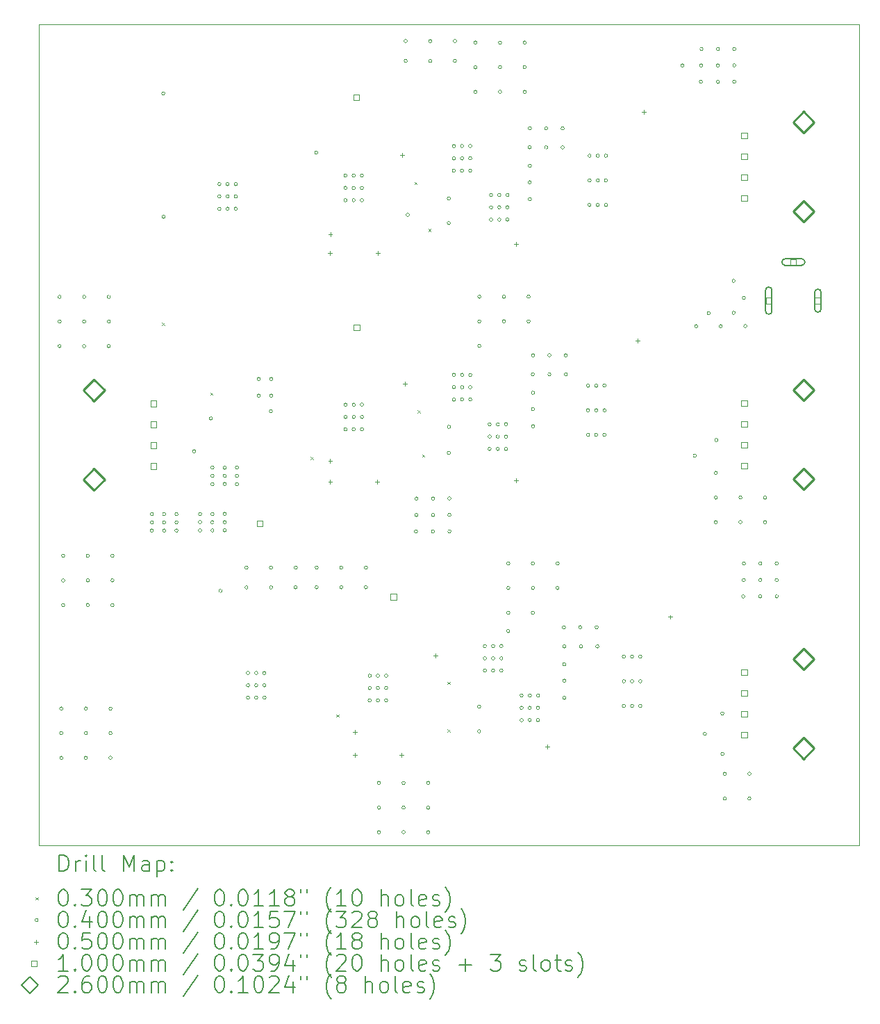
<source format=gbr>
%FSLAX45Y45*%
G04 Gerber Fmt 4.5, Leading zero omitted, Abs format (unit mm)*
G04 Created by KiCad (PCBNEW (6.0.4)) date 2023-02-28 12:31:00*
%MOMM*%
%LPD*%
G01*
G04 APERTURE LIST*
%TA.AperFunction,Profile*%
%ADD10C,0.100000*%
%TD*%
%ADD11C,0.200000*%
%ADD12C,0.030000*%
%ADD13C,0.040000*%
%ADD14C,0.050000*%
%ADD15C,0.100000*%
%ADD16C,0.260000*%
G04 APERTURE END LIST*
D10*
X26939500Y-2996500D02*
X36939500Y-2996500D01*
X36939500Y-2996500D02*
X36939500Y-12996500D01*
X36939500Y-12996500D02*
X26939500Y-12996500D01*
X26939500Y-12996500D02*
X26939500Y-2996500D01*
D11*
D12*
X28444000Y-6630500D02*
X28474000Y-6660500D01*
X28474000Y-6630500D02*
X28444000Y-6660500D01*
X29031000Y-7481500D02*
X29061000Y-7511500D01*
X29061000Y-7481500D02*
X29031000Y-7511500D01*
X30256000Y-8262500D02*
X30286000Y-8292500D01*
X30286000Y-8262500D02*
X30256000Y-8292500D01*
X30569000Y-11402500D02*
X30599000Y-11432500D01*
X30599000Y-11402500D02*
X30569000Y-11432500D01*
X31522000Y-4914000D02*
X31552000Y-4944000D01*
X31552000Y-4914000D02*
X31522000Y-4944000D01*
X31559500Y-7698999D02*
X31589500Y-7728999D01*
X31589500Y-7698999D02*
X31559500Y-7728999D01*
X31614501Y-8236001D02*
X31644501Y-8266001D01*
X31644501Y-8236001D02*
X31614501Y-8266001D01*
X31692000Y-5489000D02*
X31722000Y-5519000D01*
X31722000Y-5489000D02*
X31692000Y-5519000D01*
X31924500Y-11004000D02*
X31954500Y-11034000D01*
X31954500Y-11004000D02*
X31924500Y-11034000D01*
X31924500Y-11581500D02*
X31954500Y-11611500D01*
X31954500Y-11581500D02*
X31924500Y-11611500D01*
D13*
X27215000Y-6315500D02*
G75*
G03*
X27215000Y-6315500I-20000J0D01*
G01*
X27215000Y-6615500D02*
G75*
G03*
X27215000Y-6615500I-20000J0D01*
G01*
X27215000Y-6915500D02*
G75*
G03*
X27215000Y-6915500I-20000J0D01*
G01*
X27236000Y-11329500D02*
G75*
G03*
X27236000Y-11329500I-20000J0D01*
G01*
X27236000Y-11629500D02*
G75*
G03*
X27236000Y-11629500I-20000J0D01*
G01*
X27236000Y-11929500D02*
G75*
G03*
X27236000Y-11929500I-20000J0D01*
G01*
X27259000Y-9468500D02*
G75*
G03*
X27259000Y-9468500I-20000J0D01*
G01*
X27259000Y-9768500D02*
G75*
G03*
X27259000Y-9768500I-20000J0D01*
G01*
X27259000Y-10068500D02*
G75*
G03*
X27259000Y-10068500I-20000J0D01*
G01*
X27515000Y-6315500D02*
G75*
G03*
X27515000Y-6315500I-20000J0D01*
G01*
X27515000Y-6615500D02*
G75*
G03*
X27515000Y-6615500I-20000J0D01*
G01*
X27515000Y-6915500D02*
G75*
G03*
X27515000Y-6915500I-20000J0D01*
G01*
X27536000Y-11329500D02*
G75*
G03*
X27536000Y-11329500I-20000J0D01*
G01*
X27536000Y-11629500D02*
G75*
G03*
X27536000Y-11629500I-20000J0D01*
G01*
X27536000Y-11929500D02*
G75*
G03*
X27536000Y-11929500I-20000J0D01*
G01*
X27559000Y-9468500D02*
G75*
G03*
X27559000Y-9468500I-20000J0D01*
G01*
X27559000Y-9768500D02*
G75*
G03*
X27559000Y-9768500I-20000J0D01*
G01*
X27559000Y-10068500D02*
G75*
G03*
X27559000Y-10068500I-20000J0D01*
G01*
X27815000Y-6315500D02*
G75*
G03*
X27815000Y-6315500I-20000J0D01*
G01*
X27815000Y-6615500D02*
G75*
G03*
X27815000Y-6615500I-20000J0D01*
G01*
X27815000Y-6915500D02*
G75*
G03*
X27815000Y-6915500I-20000J0D01*
G01*
X27836000Y-11329500D02*
G75*
G03*
X27836000Y-11329500I-20000J0D01*
G01*
X27836000Y-11629500D02*
G75*
G03*
X27836000Y-11629500I-20000J0D01*
G01*
X27836000Y-11929500D02*
G75*
G03*
X27836000Y-11929500I-20000J0D01*
G01*
X27859000Y-9468500D02*
G75*
G03*
X27859000Y-9468500I-20000J0D01*
G01*
X27859000Y-9768500D02*
G75*
G03*
X27859000Y-9768500I-20000J0D01*
G01*
X27859000Y-10068500D02*
G75*
G03*
X27859000Y-10068500I-20000J0D01*
G01*
X28340000Y-8961500D02*
G75*
G03*
X28340000Y-8961500I-20000J0D01*
G01*
X28340000Y-9061500D02*
G75*
G03*
X28340000Y-9061500I-20000J0D01*
G01*
X28340000Y-9161500D02*
G75*
G03*
X28340000Y-9161500I-20000J0D01*
G01*
X28479500Y-3836500D02*
G75*
G03*
X28479500Y-3836500I-20000J0D01*
G01*
X28483000Y-5338500D02*
G75*
G03*
X28483000Y-5338500I-20000J0D01*
G01*
X28490000Y-8961500D02*
G75*
G03*
X28490000Y-8961500I-20000J0D01*
G01*
X28490000Y-9061500D02*
G75*
G03*
X28490000Y-9061500I-20000J0D01*
G01*
X28490000Y-9161500D02*
G75*
G03*
X28490000Y-9161500I-20000J0D01*
G01*
X28640000Y-8961500D02*
G75*
G03*
X28640000Y-8961500I-20000J0D01*
G01*
X28640000Y-9061500D02*
G75*
G03*
X28640000Y-9061500I-20000J0D01*
G01*
X28640000Y-9161500D02*
G75*
G03*
X28640000Y-9161500I-20000J0D01*
G01*
X28854500Y-8196500D02*
G75*
G03*
X28854500Y-8196500I-20000J0D01*
G01*
X28928000Y-8959500D02*
G75*
G03*
X28928000Y-8959500I-20000J0D01*
G01*
X28928000Y-9059500D02*
G75*
G03*
X28928000Y-9059500I-20000J0D01*
G01*
X28928000Y-9159500D02*
G75*
G03*
X28928000Y-9159500I-20000J0D01*
G01*
X29059500Y-7796500D02*
G75*
G03*
X29059500Y-7796500I-20000J0D01*
G01*
X29078000Y-8395500D02*
G75*
G03*
X29078000Y-8395500I-20000J0D01*
G01*
X29078000Y-8495500D02*
G75*
G03*
X29078000Y-8495500I-20000J0D01*
G01*
X29078000Y-8595500D02*
G75*
G03*
X29078000Y-8595500I-20000J0D01*
G01*
X29078000Y-8959500D02*
G75*
G03*
X29078000Y-8959500I-20000J0D01*
G01*
X29078000Y-9059500D02*
G75*
G03*
X29078000Y-9059500I-20000J0D01*
G01*
X29078000Y-9159500D02*
G75*
G03*
X29078000Y-9159500I-20000J0D01*
G01*
X29163000Y-4942500D02*
G75*
G03*
X29163000Y-4942500I-20000J0D01*
G01*
X29163000Y-5092500D02*
G75*
G03*
X29163000Y-5092500I-20000J0D01*
G01*
X29163000Y-5242500D02*
G75*
G03*
X29163000Y-5242500I-20000J0D01*
G01*
X29177000Y-9896500D02*
G75*
G03*
X29177000Y-9896500I-20000J0D01*
G01*
X29228000Y-8395500D02*
G75*
G03*
X29228000Y-8395500I-20000J0D01*
G01*
X29228000Y-8495500D02*
G75*
G03*
X29228000Y-8495500I-20000J0D01*
G01*
X29228000Y-8595500D02*
G75*
G03*
X29228000Y-8595500I-20000J0D01*
G01*
X29228000Y-8959500D02*
G75*
G03*
X29228000Y-8959500I-20000J0D01*
G01*
X29228000Y-9059500D02*
G75*
G03*
X29228000Y-9059500I-20000J0D01*
G01*
X29228000Y-9159500D02*
G75*
G03*
X29228000Y-9159500I-20000J0D01*
G01*
X29263000Y-4942500D02*
G75*
G03*
X29263000Y-4942500I-20000J0D01*
G01*
X29263000Y-5092500D02*
G75*
G03*
X29263000Y-5092500I-20000J0D01*
G01*
X29263000Y-5242500D02*
G75*
G03*
X29263000Y-5242500I-20000J0D01*
G01*
X29363000Y-4942500D02*
G75*
G03*
X29363000Y-4942500I-20000J0D01*
G01*
X29363000Y-5092500D02*
G75*
G03*
X29363000Y-5092500I-20000J0D01*
G01*
X29363000Y-5242500D02*
G75*
G03*
X29363000Y-5242500I-20000J0D01*
G01*
X29378000Y-8395500D02*
G75*
G03*
X29378000Y-8395500I-20000J0D01*
G01*
X29378000Y-8495500D02*
G75*
G03*
X29378000Y-8495500I-20000J0D01*
G01*
X29378000Y-8595500D02*
G75*
G03*
X29378000Y-8595500I-20000J0D01*
G01*
X29493000Y-9612500D02*
G75*
G03*
X29493000Y-9612500I-20000J0D01*
G01*
X29493000Y-9853500D02*
G75*
G03*
X29493000Y-9853500I-20000J0D01*
G01*
X29512000Y-10896500D02*
G75*
G03*
X29512000Y-10896500I-20000J0D01*
G01*
X29512000Y-11046500D02*
G75*
G03*
X29512000Y-11046500I-20000J0D01*
G01*
X29512000Y-11196500D02*
G75*
G03*
X29512000Y-11196500I-20000J0D01*
G01*
X29612000Y-10896500D02*
G75*
G03*
X29612000Y-10896500I-20000J0D01*
G01*
X29612000Y-11046500D02*
G75*
G03*
X29612000Y-11046500I-20000J0D01*
G01*
X29612000Y-11196500D02*
G75*
G03*
X29612000Y-11196500I-20000J0D01*
G01*
X29644000Y-7316000D02*
G75*
G03*
X29644000Y-7316000I-20000J0D01*
G01*
X29644000Y-7518500D02*
G75*
G03*
X29644000Y-7518500I-20000J0D01*
G01*
X29712000Y-10896500D02*
G75*
G03*
X29712000Y-10896500I-20000J0D01*
G01*
X29712000Y-11046500D02*
G75*
G03*
X29712000Y-11046500I-20000J0D01*
G01*
X29712000Y-11196500D02*
G75*
G03*
X29712000Y-11196500I-20000J0D01*
G01*
X29791000Y-7708500D02*
G75*
G03*
X29791000Y-7708500I-20000J0D01*
G01*
X29793000Y-9612500D02*
G75*
G03*
X29793000Y-9612500I-20000J0D01*
G01*
X29793000Y-9853500D02*
G75*
G03*
X29793000Y-9853500I-20000J0D01*
G01*
X29794000Y-7316000D02*
G75*
G03*
X29794000Y-7316000I-20000J0D01*
G01*
X29794000Y-7518500D02*
G75*
G03*
X29794000Y-7518500I-20000J0D01*
G01*
X30093000Y-9612500D02*
G75*
G03*
X30093000Y-9612500I-20000J0D01*
G01*
X30093000Y-9853500D02*
G75*
G03*
X30093000Y-9853500I-20000J0D01*
G01*
X30344500Y-4559000D02*
G75*
G03*
X30344500Y-4559000I-20000J0D01*
G01*
X30349000Y-9611500D02*
G75*
G03*
X30349000Y-9611500I-20000J0D01*
G01*
X30349000Y-9852500D02*
G75*
G03*
X30349000Y-9852500I-20000J0D01*
G01*
X30649000Y-9611500D02*
G75*
G03*
X30649000Y-9611500I-20000J0D01*
G01*
X30649000Y-9852500D02*
G75*
G03*
X30649000Y-9852500I-20000J0D01*
G01*
X30700000Y-4838500D02*
G75*
G03*
X30700000Y-4838500I-20000J0D01*
G01*
X30700000Y-4988500D02*
G75*
G03*
X30700000Y-4988500I-20000J0D01*
G01*
X30700000Y-5138500D02*
G75*
G03*
X30700000Y-5138500I-20000J0D01*
G01*
X30701000Y-7628500D02*
G75*
G03*
X30701000Y-7628500I-20000J0D01*
G01*
X30701000Y-7778500D02*
G75*
G03*
X30701000Y-7778500I-20000J0D01*
G01*
X30701000Y-7928500D02*
G75*
G03*
X30701000Y-7928500I-20000J0D01*
G01*
X30800000Y-4838500D02*
G75*
G03*
X30800000Y-4838500I-20000J0D01*
G01*
X30800000Y-4988500D02*
G75*
G03*
X30800000Y-4988500I-20000J0D01*
G01*
X30800000Y-5138500D02*
G75*
G03*
X30800000Y-5138500I-20000J0D01*
G01*
X30801000Y-7628500D02*
G75*
G03*
X30801000Y-7628500I-20000J0D01*
G01*
X30801000Y-7778500D02*
G75*
G03*
X30801000Y-7778500I-20000J0D01*
G01*
X30801000Y-7928500D02*
G75*
G03*
X30801000Y-7928500I-20000J0D01*
G01*
X30900000Y-4838500D02*
G75*
G03*
X30900000Y-4838500I-20000J0D01*
G01*
X30900000Y-4988500D02*
G75*
G03*
X30900000Y-4988500I-20000J0D01*
G01*
X30900000Y-5138500D02*
G75*
G03*
X30900000Y-5138500I-20000J0D01*
G01*
X30901000Y-7628500D02*
G75*
G03*
X30901000Y-7628500I-20000J0D01*
G01*
X30901000Y-7778500D02*
G75*
G03*
X30901000Y-7778500I-20000J0D01*
G01*
X30901000Y-7928500D02*
G75*
G03*
X30901000Y-7928500I-20000J0D01*
G01*
X30949000Y-9611500D02*
G75*
G03*
X30949000Y-9611500I-20000J0D01*
G01*
X30949000Y-9852500D02*
G75*
G03*
X30949000Y-9852500I-20000J0D01*
G01*
X30996000Y-10929500D02*
G75*
G03*
X30996000Y-10929500I-20000J0D01*
G01*
X30996000Y-11079500D02*
G75*
G03*
X30996000Y-11079500I-20000J0D01*
G01*
X30996000Y-11229500D02*
G75*
G03*
X30996000Y-11229500I-20000J0D01*
G01*
X31096000Y-10929500D02*
G75*
G03*
X31096000Y-10929500I-20000J0D01*
G01*
X31096000Y-11079500D02*
G75*
G03*
X31096000Y-11079500I-20000J0D01*
G01*
X31096000Y-11229500D02*
G75*
G03*
X31096000Y-11229500I-20000J0D01*
G01*
X31108000Y-12235500D02*
G75*
G03*
X31108000Y-12235500I-20000J0D01*
G01*
X31108000Y-12535500D02*
G75*
G03*
X31108000Y-12535500I-20000J0D01*
G01*
X31108000Y-12835500D02*
G75*
G03*
X31108000Y-12835500I-20000J0D01*
G01*
X31196000Y-10929500D02*
G75*
G03*
X31196000Y-10929500I-20000J0D01*
G01*
X31196000Y-11079500D02*
G75*
G03*
X31196000Y-11079500I-20000J0D01*
G01*
X31196000Y-11229500D02*
G75*
G03*
X31196000Y-11229500I-20000J0D01*
G01*
X31408000Y-12235500D02*
G75*
G03*
X31408000Y-12235500I-20000J0D01*
G01*
X31408000Y-12535500D02*
G75*
G03*
X31408000Y-12535500I-20000J0D01*
G01*
X31408000Y-12835500D02*
G75*
G03*
X31408000Y-12835500I-20000J0D01*
G01*
X31434000Y-3200500D02*
G75*
G03*
X31434000Y-3200500I-20000J0D01*
G01*
X31434000Y-3441500D02*
G75*
G03*
X31434000Y-3441500I-20000J0D01*
G01*
X31459000Y-5316500D02*
G75*
G03*
X31459000Y-5316500I-20000J0D01*
G01*
X31559500Y-9171500D02*
G75*
G03*
X31559500Y-9171500I-20000J0D01*
G01*
X31564500Y-8971500D02*
G75*
G03*
X31564500Y-8971500I-20000J0D01*
G01*
X31567000Y-8771500D02*
G75*
G03*
X31567000Y-8771500I-20000J0D01*
G01*
X31708000Y-12235500D02*
G75*
G03*
X31708000Y-12235500I-20000J0D01*
G01*
X31708000Y-12535500D02*
G75*
G03*
X31708000Y-12535500I-20000J0D01*
G01*
X31708000Y-12835500D02*
G75*
G03*
X31708000Y-12835500I-20000J0D01*
G01*
X31734000Y-3200500D02*
G75*
G03*
X31734000Y-3200500I-20000J0D01*
G01*
X31734000Y-3441500D02*
G75*
G03*
X31734000Y-3441500I-20000J0D01*
G01*
X31767000Y-8771500D02*
G75*
G03*
X31767000Y-8771500I-20000J0D01*
G01*
X31767000Y-8971500D02*
G75*
G03*
X31767000Y-8971500I-20000J0D01*
G01*
X31767000Y-9171500D02*
G75*
G03*
X31767000Y-9171500I-20000J0D01*
G01*
X31959500Y-5116500D02*
G75*
G03*
X31959500Y-5116500I-20000J0D01*
G01*
X31959500Y-5416500D02*
G75*
G03*
X31959500Y-5416500I-20000J0D01*
G01*
X31960000Y-8215500D02*
G75*
G03*
X31960000Y-8215500I-20000J0D01*
G01*
X31961000Y-7898500D02*
G75*
G03*
X31961000Y-7898500I-20000J0D01*
G01*
X31967000Y-8771500D02*
G75*
G03*
X31967000Y-8771500I-20000J0D01*
G01*
X31967000Y-8971500D02*
G75*
G03*
X31967000Y-8971500I-20000J0D01*
G01*
X31967000Y-9171500D02*
G75*
G03*
X31967000Y-9171500I-20000J0D01*
G01*
X32021000Y-4478500D02*
G75*
G03*
X32021000Y-4478500I-20000J0D01*
G01*
X32021000Y-4628500D02*
G75*
G03*
X32021000Y-4628500I-20000J0D01*
G01*
X32021000Y-4778500D02*
G75*
G03*
X32021000Y-4778500I-20000J0D01*
G01*
X32022000Y-7265500D02*
G75*
G03*
X32022000Y-7265500I-20000J0D01*
G01*
X32022000Y-7415500D02*
G75*
G03*
X32022000Y-7415500I-20000J0D01*
G01*
X32022000Y-7565500D02*
G75*
G03*
X32022000Y-7565500I-20000J0D01*
G01*
X32034000Y-3200500D02*
G75*
G03*
X32034000Y-3200500I-20000J0D01*
G01*
X32034000Y-3441500D02*
G75*
G03*
X32034000Y-3441500I-20000J0D01*
G01*
X32121000Y-4478500D02*
G75*
G03*
X32121000Y-4478500I-20000J0D01*
G01*
X32121000Y-4628500D02*
G75*
G03*
X32121000Y-4628500I-20000J0D01*
G01*
X32121000Y-4778500D02*
G75*
G03*
X32121000Y-4778500I-20000J0D01*
G01*
X32122000Y-7265500D02*
G75*
G03*
X32122000Y-7265500I-20000J0D01*
G01*
X32122000Y-7415500D02*
G75*
G03*
X32122000Y-7415500I-20000J0D01*
G01*
X32122000Y-7565500D02*
G75*
G03*
X32122000Y-7565500I-20000J0D01*
G01*
X32221000Y-4478500D02*
G75*
G03*
X32221000Y-4478500I-20000J0D01*
G01*
X32221000Y-4628500D02*
G75*
G03*
X32221000Y-4628500I-20000J0D01*
G01*
X32221000Y-4778500D02*
G75*
G03*
X32221000Y-4778500I-20000J0D01*
G01*
X32222000Y-7265500D02*
G75*
G03*
X32222000Y-7265500I-20000J0D01*
G01*
X32222000Y-7415500D02*
G75*
G03*
X32222000Y-7415500I-20000J0D01*
G01*
X32222000Y-7565500D02*
G75*
G03*
X32222000Y-7565500I-20000J0D01*
G01*
X32284000Y-3218500D02*
G75*
G03*
X32284000Y-3218500I-20000J0D01*
G01*
X32284000Y-3518500D02*
G75*
G03*
X32284000Y-3518500I-20000J0D01*
G01*
X32284000Y-3818500D02*
G75*
G03*
X32284000Y-3818500I-20000J0D01*
G01*
X32329000Y-11306500D02*
G75*
G03*
X32329000Y-11306500I-20000J0D01*
G01*
X32329000Y-11606500D02*
G75*
G03*
X32329000Y-11606500I-20000J0D01*
G01*
X32332000Y-6313500D02*
G75*
G03*
X32332000Y-6313500I-20000J0D01*
G01*
X32332000Y-6613500D02*
G75*
G03*
X32332000Y-6613500I-20000J0D01*
G01*
X32332000Y-6913500D02*
G75*
G03*
X32332000Y-6913500I-20000J0D01*
G01*
X32400000Y-10567500D02*
G75*
G03*
X32400000Y-10567500I-20000J0D01*
G01*
X32400000Y-10717500D02*
G75*
G03*
X32400000Y-10717500I-20000J0D01*
G01*
X32400000Y-10867500D02*
G75*
G03*
X32400000Y-10867500I-20000J0D01*
G01*
X32457000Y-7867500D02*
G75*
G03*
X32457000Y-7867500I-20000J0D01*
G01*
X32457000Y-8017500D02*
G75*
G03*
X32457000Y-8017500I-20000J0D01*
G01*
X32457000Y-8167500D02*
G75*
G03*
X32457000Y-8167500I-20000J0D01*
G01*
X32475000Y-5074500D02*
G75*
G03*
X32475000Y-5074500I-20000J0D01*
G01*
X32475000Y-5224500D02*
G75*
G03*
X32475000Y-5224500I-20000J0D01*
G01*
X32475000Y-5374500D02*
G75*
G03*
X32475000Y-5374500I-20000J0D01*
G01*
X32500000Y-10567500D02*
G75*
G03*
X32500000Y-10567500I-20000J0D01*
G01*
X32500000Y-10717500D02*
G75*
G03*
X32500000Y-10717500I-20000J0D01*
G01*
X32500000Y-10867500D02*
G75*
G03*
X32500000Y-10867500I-20000J0D01*
G01*
X32557000Y-7867500D02*
G75*
G03*
X32557000Y-7867500I-20000J0D01*
G01*
X32557000Y-8017500D02*
G75*
G03*
X32557000Y-8017500I-20000J0D01*
G01*
X32557000Y-8167500D02*
G75*
G03*
X32557000Y-8167500I-20000J0D01*
G01*
X32575000Y-5074500D02*
G75*
G03*
X32575000Y-5074500I-20000J0D01*
G01*
X32575000Y-5224500D02*
G75*
G03*
X32575000Y-5224500I-20000J0D01*
G01*
X32575000Y-5374500D02*
G75*
G03*
X32575000Y-5374500I-20000J0D01*
G01*
X32584000Y-3218500D02*
G75*
G03*
X32584000Y-3218500I-20000J0D01*
G01*
X32584000Y-3518500D02*
G75*
G03*
X32584000Y-3518500I-20000J0D01*
G01*
X32584000Y-3818500D02*
G75*
G03*
X32584000Y-3818500I-20000J0D01*
G01*
X32600000Y-10567500D02*
G75*
G03*
X32600000Y-10567500I-20000J0D01*
G01*
X32600000Y-10717500D02*
G75*
G03*
X32600000Y-10717500I-20000J0D01*
G01*
X32600000Y-10867500D02*
G75*
G03*
X32600000Y-10867500I-20000J0D01*
G01*
X32632000Y-6313500D02*
G75*
G03*
X32632000Y-6313500I-20000J0D01*
G01*
X32632000Y-6613500D02*
G75*
G03*
X32632000Y-6613500I-20000J0D01*
G01*
X32657000Y-7867500D02*
G75*
G03*
X32657000Y-7867500I-20000J0D01*
G01*
X32657000Y-8017500D02*
G75*
G03*
X32657000Y-8017500I-20000J0D01*
G01*
X32657000Y-8167500D02*
G75*
G03*
X32657000Y-8167500I-20000J0D01*
G01*
X32675000Y-5074500D02*
G75*
G03*
X32675000Y-5074500I-20000J0D01*
G01*
X32675000Y-5224500D02*
G75*
G03*
X32675000Y-5224500I-20000J0D01*
G01*
X32675000Y-5374500D02*
G75*
G03*
X32675000Y-5374500I-20000J0D01*
G01*
X32684000Y-10386500D02*
G75*
G03*
X32684000Y-10386500I-20000J0D01*
G01*
X32685000Y-9561500D02*
G75*
G03*
X32685000Y-9561500I-20000J0D01*
G01*
X32685000Y-9861500D02*
G75*
G03*
X32685000Y-9861500I-20000J0D01*
G01*
X32685000Y-10161500D02*
G75*
G03*
X32685000Y-10161500I-20000J0D01*
G01*
X32847000Y-11170500D02*
G75*
G03*
X32847000Y-11170500I-20000J0D01*
G01*
X32847000Y-11320500D02*
G75*
G03*
X32847000Y-11320500I-20000J0D01*
G01*
X32847000Y-11470500D02*
G75*
G03*
X32847000Y-11470500I-20000J0D01*
G01*
X32884000Y-3218500D02*
G75*
G03*
X32884000Y-3218500I-20000J0D01*
G01*
X32884000Y-3518500D02*
G75*
G03*
X32884000Y-3518500I-20000J0D01*
G01*
X32884000Y-3818500D02*
G75*
G03*
X32884000Y-3818500I-20000J0D01*
G01*
X32932000Y-6313500D02*
G75*
G03*
X32932000Y-6313500I-20000J0D01*
G01*
X32932000Y-6613500D02*
G75*
G03*
X32932000Y-6613500I-20000J0D01*
G01*
X32944500Y-4494500D02*
G75*
G03*
X32944500Y-4494500I-20000J0D01*
G01*
X32947000Y-4263500D02*
G75*
G03*
X32947000Y-4263500I-20000J0D01*
G01*
X32947000Y-4719500D02*
G75*
G03*
X32947000Y-4719500I-20000J0D01*
G01*
X32947000Y-4919500D02*
G75*
G03*
X32947000Y-4919500I-20000J0D01*
G01*
X32947000Y-5127000D02*
G75*
G03*
X32947000Y-5127000I-20000J0D01*
G01*
X32947000Y-11170500D02*
G75*
G03*
X32947000Y-11170500I-20000J0D01*
G01*
X32947000Y-11320500D02*
G75*
G03*
X32947000Y-11320500I-20000J0D01*
G01*
X32947000Y-11470500D02*
G75*
G03*
X32947000Y-11470500I-20000J0D01*
G01*
X32983500Y-7258500D02*
G75*
G03*
X32983500Y-7258500I-20000J0D01*
G01*
X32985000Y-9561500D02*
G75*
G03*
X32985000Y-9561500I-20000J0D01*
G01*
X32985000Y-9861500D02*
G75*
G03*
X32985000Y-9861500I-20000J0D01*
G01*
X32985000Y-10161500D02*
G75*
G03*
X32985000Y-10161500I-20000J0D01*
G01*
X32986000Y-7027500D02*
G75*
G03*
X32986000Y-7027500I-20000J0D01*
G01*
X32986000Y-7483500D02*
G75*
G03*
X32986000Y-7483500I-20000J0D01*
G01*
X32986000Y-7683500D02*
G75*
G03*
X32986000Y-7683500I-20000J0D01*
G01*
X32986000Y-7891000D02*
G75*
G03*
X32986000Y-7891000I-20000J0D01*
G01*
X33047000Y-11170500D02*
G75*
G03*
X33047000Y-11170500I-20000J0D01*
G01*
X33047000Y-11320500D02*
G75*
G03*
X33047000Y-11320500I-20000J0D01*
G01*
X33047000Y-11470500D02*
G75*
G03*
X33047000Y-11470500I-20000J0D01*
G01*
X33147000Y-4263500D02*
G75*
G03*
X33147000Y-4263500I-20000J0D01*
G01*
X33147000Y-4494500D02*
G75*
G03*
X33147000Y-4494500I-20000J0D01*
G01*
X33186000Y-7027500D02*
G75*
G03*
X33186000Y-7027500I-20000J0D01*
G01*
X33186000Y-7258500D02*
G75*
G03*
X33186000Y-7258500I-20000J0D01*
G01*
X33285000Y-9561500D02*
G75*
G03*
X33285000Y-9561500I-20000J0D01*
G01*
X33285000Y-9861500D02*
G75*
G03*
X33285000Y-9861500I-20000J0D01*
G01*
X33347000Y-4263500D02*
G75*
G03*
X33347000Y-4263500I-20000J0D01*
G01*
X33347000Y-4494500D02*
G75*
G03*
X33347000Y-4494500I-20000J0D01*
G01*
X33362000Y-10339500D02*
G75*
G03*
X33362000Y-10339500I-20000J0D01*
G01*
X33368000Y-10790000D02*
G75*
G03*
X33368000Y-10790000I-20000J0D01*
G01*
X33368000Y-10990000D02*
G75*
G03*
X33368000Y-10990000I-20000J0D01*
G01*
X33368000Y-11197500D02*
G75*
G03*
X33368000Y-11197500I-20000J0D01*
G01*
X33368500Y-10572500D02*
G75*
G03*
X33368500Y-10572500I-20000J0D01*
G01*
X33386000Y-7027500D02*
G75*
G03*
X33386000Y-7027500I-20000J0D01*
G01*
X33386000Y-7258500D02*
G75*
G03*
X33386000Y-7258500I-20000J0D01*
G01*
X33562000Y-10339500D02*
G75*
G03*
X33562000Y-10339500I-20000J0D01*
G01*
X33571000Y-10572500D02*
G75*
G03*
X33571000Y-10572500I-20000J0D01*
G01*
X33657000Y-7396500D02*
G75*
G03*
X33657000Y-7396500I-20000J0D01*
G01*
X33657000Y-7696500D02*
G75*
G03*
X33657000Y-7696500I-20000J0D01*
G01*
X33657000Y-7996500D02*
G75*
G03*
X33657000Y-7996500I-20000J0D01*
G01*
X33675000Y-4596500D02*
G75*
G03*
X33675000Y-4596500I-20000J0D01*
G01*
X33675000Y-4896500D02*
G75*
G03*
X33675000Y-4896500I-20000J0D01*
G01*
X33675000Y-5196500D02*
G75*
G03*
X33675000Y-5196500I-20000J0D01*
G01*
X33757000Y-7396500D02*
G75*
G03*
X33757000Y-7396500I-20000J0D01*
G01*
X33757000Y-7696500D02*
G75*
G03*
X33757000Y-7696500I-20000J0D01*
G01*
X33757000Y-7996500D02*
G75*
G03*
X33757000Y-7996500I-20000J0D01*
G01*
X33762000Y-10339500D02*
G75*
G03*
X33762000Y-10339500I-20000J0D01*
G01*
X33771000Y-10572500D02*
G75*
G03*
X33771000Y-10572500I-20000J0D01*
G01*
X33775000Y-4596500D02*
G75*
G03*
X33775000Y-4596500I-20000J0D01*
G01*
X33775000Y-4896500D02*
G75*
G03*
X33775000Y-4896500I-20000J0D01*
G01*
X33775000Y-5196500D02*
G75*
G03*
X33775000Y-5196500I-20000J0D01*
G01*
X33857000Y-7396500D02*
G75*
G03*
X33857000Y-7396500I-20000J0D01*
G01*
X33857000Y-7696500D02*
G75*
G03*
X33857000Y-7696500I-20000J0D01*
G01*
X33857000Y-7996500D02*
G75*
G03*
X33857000Y-7996500I-20000J0D01*
G01*
X33875000Y-4596500D02*
G75*
G03*
X33875000Y-4596500I-20000J0D01*
G01*
X33875000Y-4896500D02*
G75*
G03*
X33875000Y-4896500I-20000J0D01*
G01*
X33875000Y-5196500D02*
G75*
G03*
X33875000Y-5196500I-20000J0D01*
G01*
X34094000Y-10696500D02*
G75*
G03*
X34094000Y-10696500I-20000J0D01*
G01*
X34094000Y-10996500D02*
G75*
G03*
X34094000Y-10996500I-20000J0D01*
G01*
X34094000Y-11296500D02*
G75*
G03*
X34094000Y-11296500I-20000J0D01*
G01*
X34194000Y-10696500D02*
G75*
G03*
X34194000Y-10696500I-20000J0D01*
G01*
X34194000Y-10996500D02*
G75*
G03*
X34194000Y-10996500I-20000J0D01*
G01*
X34194000Y-11296500D02*
G75*
G03*
X34194000Y-11296500I-20000J0D01*
G01*
X34294000Y-10696500D02*
G75*
G03*
X34294000Y-10696500I-20000J0D01*
G01*
X34294000Y-10996500D02*
G75*
G03*
X34294000Y-10996500I-20000J0D01*
G01*
X34294000Y-11296500D02*
G75*
G03*
X34294000Y-11296500I-20000J0D01*
G01*
X34808000Y-3496500D02*
G75*
G03*
X34808000Y-3496500I-20000J0D01*
G01*
X34958000Y-8251500D02*
G75*
G03*
X34958000Y-8251500I-20000J0D01*
G01*
X34975000Y-6671500D02*
G75*
G03*
X34975000Y-6671500I-20000J0D01*
G01*
X35032500Y-3696500D02*
G75*
G03*
X35032500Y-3696500I-20000J0D01*
G01*
X35037500Y-3496500D02*
G75*
G03*
X35037500Y-3496500I-20000J0D01*
G01*
X35040000Y-3296500D02*
G75*
G03*
X35040000Y-3296500I-20000J0D01*
G01*
X35081000Y-11638500D02*
G75*
G03*
X35081000Y-11638500I-20000J0D01*
G01*
X35128000Y-6515500D02*
G75*
G03*
X35128000Y-6515500I-20000J0D01*
G01*
X35215000Y-8459500D02*
G75*
G03*
X35215000Y-8459500I-20000J0D01*
G01*
X35215000Y-8759500D02*
G75*
G03*
X35215000Y-8759500I-20000J0D01*
G01*
X35215000Y-9059500D02*
G75*
G03*
X35215000Y-9059500I-20000J0D01*
G01*
X35221000Y-8059500D02*
G75*
G03*
X35221000Y-8059500I-20000J0D01*
G01*
X35240000Y-3296500D02*
G75*
G03*
X35240000Y-3296500I-20000J0D01*
G01*
X35240000Y-3496500D02*
G75*
G03*
X35240000Y-3496500I-20000J0D01*
G01*
X35240000Y-3696500D02*
G75*
G03*
X35240000Y-3696500I-20000J0D01*
G01*
X35275000Y-6671500D02*
G75*
G03*
X35275000Y-6671500I-20000J0D01*
G01*
X35294000Y-11388500D02*
G75*
G03*
X35294000Y-11388500I-20000J0D01*
G01*
X35296000Y-11881500D02*
G75*
G03*
X35296000Y-11881500I-20000J0D01*
G01*
X35324000Y-12124500D02*
G75*
G03*
X35324000Y-12124500I-20000J0D01*
G01*
X35324000Y-12424500D02*
G75*
G03*
X35324000Y-12424500I-20000J0D01*
G01*
X35432000Y-6120500D02*
G75*
G03*
X35432000Y-6120500I-20000J0D01*
G01*
X35432000Y-6509500D02*
G75*
G03*
X35432000Y-6509500I-20000J0D01*
G01*
X35440000Y-3296500D02*
G75*
G03*
X35440000Y-3296500I-20000J0D01*
G01*
X35440000Y-3496500D02*
G75*
G03*
X35440000Y-3496500I-20000J0D01*
G01*
X35440000Y-3696500D02*
G75*
G03*
X35440000Y-3696500I-20000J0D01*
G01*
X35515000Y-8759500D02*
G75*
G03*
X35515000Y-8759500I-20000J0D01*
G01*
X35515000Y-9059500D02*
G75*
G03*
X35515000Y-9059500I-20000J0D01*
G01*
X35549500Y-9963500D02*
G75*
G03*
X35549500Y-9963500I-20000J0D01*
G01*
X35554500Y-9763500D02*
G75*
G03*
X35554500Y-9763500I-20000J0D01*
G01*
X35557000Y-6327500D02*
G75*
G03*
X35557000Y-6327500I-20000J0D01*
G01*
X35557000Y-9563500D02*
G75*
G03*
X35557000Y-9563500I-20000J0D01*
G01*
X35575000Y-6671500D02*
G75*
G03*
X35575000Y-6671500I-20000J0D01*
G01*
X35624000Y-12124500D02*
G75*
G03*
X35624000Y-12124500I-20000J0D01*
G01*
X35624000Y-12424500D02*
G75*
G03*
X35624000Y-12424500I-20000J0D01*
G01*
X35757000Y-9563500D02*
G75*
G03*
X35757000Y-9563500I-20000J0D01*
G01*
X35757000Y-9763500D02*
G75*
G03*
X35757000Y-9763500I-20000J0D01*
G01*
X35757000Y-9963500D02*
G75*
G03*
X35757000Y-9963500I-20000J0D01*
G01*
X35815000Y-8759500D02*
G75*
G03*
X35815000Y-8759500I-20000J0D01*
G01*
X35815000Y-9059500D02*
G75*
G03*
X35815000Y-9059500I-20000J0D01*
G01*
X35957000Y-9563500D02*
G75*
G03*
X35957000Y-9563500I-20000J0D01*
G01*
X35957000Y-9763500D02*
G75*
G03*
X35957000Y-9763500I-20000J0D01*
G01*
X35957000Y-9963500D02*
G75*
G03*
X35957000Y-9963500I-20000J0D01*
G01*
D14*
X30493000Y-5756500D02*
X30493000Y-5806500D01*
X30468000Y-5781500D02*
X30518000Y-5781500D01*
X30494500Y-8291000D02*
X30494500Y-8341000D01*
X30469500Y-8316000D02*
X30519500Y-8316000D01*
X30494500Y-8541000D02*
X30494500Y-8591000D01*
X30469500Y-8566000D02*
X30519500Y-8566000D01*
X30495000Y-5526500D02*
X30495000Y-5576500D01*
X30470000Y-5551500D02*
X30520000Y-5551500D01*
X30794500Y-11871500D02*
X30794500Y-11921500D01*
X30769500Y-11896500D02*
X30819500Y-11896500D01*
X30797000Y-11591500D02*
X30797000Y-11641500D01*
X30772000Y-11616500D02*
X30822000Y-11616500D01*
X31069500Y-8541000D02*
X31069500Y-8591000D01*
X31044500Y-8566000D02*
X31094500Y-8566000D01*
X31077000Y-5756500D02*
X31077000Y-5806500D01*
X31052000Y-5781500D02*
X31102000Y-5781500D01*
X31364500Y-11871500D02*
X31364500Y-11921500D01*
X31339500Y-11896500D02*
X31389500Y-11896500D01*
X31374500Y-4561500D02*
X31374500Y-4611500D01*
X31349500Y-4586500D02*
X31399500Y-4586500D01*
X31404500Y-7346500D02*
X31404500Y-7396500D01*
X31379500Y-7371500D02*
X31429500Y-7371500D01*
X31777000Y-10659000D02*
X31777000Y-10709000D01*
X31752000Y-10684000D02*
X31802000Y-10684000D01*
X32762999Y-5644001D02*
X32762999Y-5694001D01*
X32737999Y-5669001D02*
X32787999Y-5669001D01*
X32762999Y-8526000D02*
X32762999Y-8576000D01*
X32737999Y-8551000D02*
X32787999Y-8551000D01*
X33142000Y-11771500D02*
X33142000Y-11821500D01*
X33117000Y-11796500D02*
X33167000Y-11796500D01*
X34244000Y-6826500D02*
X34244000Y-6876500D01*
X34219000Y-6851500D02*
X34269000Y-6851500D01*
X34314500Y-4041500D02*
X34314500Y-4091500D01*
X34289500Y-4066500D02*
X34339500Y-4066500D01*
X34642000Y-10189000D02*
X34642000Y-10239000D01*
X34617000Y-10214000D02*
X34667000Y-10214000D01*
D15*
X28374856Y-7650856D02*
X28374856Y-7580144D01*
X28304144Y-7580144D01*
X28304144Y-7650856D01*
X28374856Y-7650856D01*
X28374856Y-7904856D02*
X28374856Y-7834144D01*
X28304144Y-7834144D01*
X28304144Y-7904856D01*
X28374856Y-7904856D01*
X28374856Y-8158856D02*
X28374856Y-8088144D01*
X28304144Y-8088144D01*
X28304144Y-8158856D01*
X28374856Y-8158856D01*
X28374856Y-8412856D02*
X28374856Y-8342144D01*
X28304144Y-8342144D01*
X28304144Y-8412856D01*
X28374856Y-8412856D01*
X29670356Y-9108856D02*
X29670356Y-9038144D01*
X29599644Y-9038144D01*
X29599644Y-9108856D01*
X29670356Y-9108856D01*
X30849856Y-3921856D02*
X30849856Y-3851144D01*
X30779144Y-3851144D01*
X30779144Y-3921856D01*
X30849856Y-3921856D01*
X30852356Y-6721856D02*
X30852356Y-6651144D01*
X30781644Y-6651144D01*
X30781644Y-6721856D01*
X30852356Y-6721856D01*
X31299856Y-10004356D02*
X31299856Y-9933644D01*
X31229144Y-9933644D01*
X31229144Y-10004356D01*
X31299856Y-10004356D01*
X35574856Y-4385856D02*
X35574856Y-4315144D01*
X35504144Y-4315144D01*
X35504144Y-4385856D01*
X35574856Y-4385856D01*
X35574856Y-4639856D02*
X35574856Y-4569144D01*
X35504144Y-4569144D01*
X35504144Y-4639856D01*
X35574856Y-4639856D01*
X35574856Y-4893856D02*
X35574856Y-4823144D01*
X35504144Y-4823144D01*
X35504144Y-4893856D01*
X35574856Y-4893856D01*
X35574856Y-5147856D02*
X35574856Y-5077144D01*
X35504144Y-5077144D01*
X35504144Y-5147856D01*
X35574856Y-5147856D01*
X35574856Y-7645856D02*
X35574856Y-7575144D01*
X35504144Y-7575144D01*
X35504144Y-7645856D01*
X35574856Y-7645856D01*
X35574856Y-7899856D02*
X35574856Y-7829144D01*
X35504144Y-7829144D01*
X35504144Y-7899856D01*
X35574856Y-7899856D01*
X35574856Y-8153856D02*
X35574856Y-8083144D01*
X35504144Y-8083144D01*
X35504144Y-8153856D01*
X35574856Y-8153856D01*
X35574856Y-8407856D02*
X35574856Y-8337144D01*
X35504144Y-8337144D01*
X35504144Y-8407856D01*
X35574856Y-8407856D01*
X35574856Y-10923356D02*
X35574856Y-10852644D01*
X35504144Y-10852644D01*
X35504144Y-10923356D01*
X35574856Y-10923356D01*
X35574856Y-11177356D02*
X35574856Y-11106644D01*
X35504144Y-11106644D01*
X35504144Y-11177356D01*
X35574856Y-11177356D01*
X35574856Y-11431356D02*
X35574856Y-11360644D01*
X35504144Y-11360644D01*
X35504144Y-11431356D01*
X35574856Y-11431356D01*
X35574856Y-11685356D02*
X35574856Y-11614644D01*
X35504144Y-11614644D01*
X35504144Y-11685356D01*
X35574856Y-11685356D01*
X35874856Y-6396856D02*
X35874856Y-6326144D01*
X35804144Y-6326144D01*
X35804144Y-6396856D01*
X35874856Y-6396856D01*
D11*
X35799500Y-6236500D02*
X35799500Y-6486500D01*
X35879500Y-6236500D02*
X35879500Y-6486500D01*
X35799500Y-6486500D02*
G75*
G03*
X35879500Y-6486500I40000J0D01*
G01*
X35879500Y-6236500D02*
G75*
G03*
X35799500Y-6236500I-40000J0D01*
G01*
D15*
X36174856Y-5926856D02*
X36174856Y-5856144D01*
X36104144Y-5856144D01*
X36104144Y-5926856D01*
X36174856Y-5926856D01*
D11*
X36039500Y-5931500D02*
X36239500Y-5931500D01*
X36039500Y-5851500D02*
X36239500Y-5851500D01*
X36239500Y-5931500D02*
G75*
G03*
X36239500Y-5851500I0J40000D01*
G01*
X36039500Y-5851500D02*
G75*
G03*
X36039500Y-5931500I0J-40000D01*
G01*
D15*
X36474856Y-6396856D02*
X36474856Y-6326144D01*
X36404144Y-6326144D01*
X36404144Y-6396856D01*
X36474856Y-6396856D01*
D11*
X36399500Y-6261500D02*
X36399500Y-6461500D01*
X36479500Y-6261500D02*
X36479500Y-6461500D01*
X36399500Y-6461500D02*
G75*
G03*
X36479500Y-6461500I40000J0D01*
G01*
X36479500Y-6261500D02*
G75*
G03*
X36399500Y-6261500I-40000J0D01*
G01*
D16*
X27613500Y-7583500D02*
X27743500Y-7453500D01*
X27613500Y-7323500D01*
X27483500Y-7453500D01*
X27613500Y-7583500D01*
X27613500Y-8669500D02*
X27743500Y-8539500D01*
X27613500Y-8409500D01*
X27483500Y-8539500D01*
X27613500Y-8669500D01*
X36265500Y-4318500D02*
X36395500Y-4188500D01*
X36265500Y-4058500D01*
X36135500Y-4188500D01*
X36265500Y-4318500D01*
X36265500Y-5404500D02*
X36395500Y-5274500D01*
X36265500Y-5144500D01*
X36135500Y-5274500D01*
X36265500Y-5404500D01*
X36265500Y-7578500D02*
X36395500Y-7448500D01*
X36265500Y-7318500D01*
X36135500Y-7448500D01*
X36265500Y-7578500D01*
X36265500Y-8664500D02*
X36395500Y-8534500D01*
X36265500Y-8404500D01*
X36135500Y-8534500D01*
X36265500Y-8664500D01*
X36265500Y-10856000D02*
X36395500Y-10726000D01*
X36265500Y-10596000D01*
X36135500Y-10726000D01*
X36265500Y-10856000D01*
X36265500Y-11942000D02*
X36395500Y-11812000D01*
X36265500Y-11682000D01*
X36135500Y-11812000D01*
X36265500Y-11942000D01*
D11*
X27192119Y-13311976D02*
X27192119Y-13111976D01*
X27239738Y-13111976D01*
X27268309Y-13121500D01*
X27287357Y-13140548D01*
X27296881Y-13159595D01*
X27306405Y-13197690D01*
X27306405Y-13226262D01*
X27296881Y-13264357D01*
X27287357Y-13283405D01*
X27268309Y-13302452D01*
X27239738Y-13311976D01*
X27192119Y-13311976D01*
X27392119Y-13311976D02*
X27392119Y-13178643D01*
X27392119Y-13216738D02*
X27401643Y-13197690D01*
X27411167Y-13188167D01*
X27430214Y-13178643D01*
X27449262Y-13178643D01*
X27515928Y-13311976D02*
X27515928Y-13178643D01*
X27515928Y-13111976D02*
X27506405Y-13121500D01*
X27515928Y-13131024D01*
X27525452Y-13121500D01*
X27515928Y-13111976D01*
X27515928Y-13131024D01*
X27639738Y-13311976D02*
X27620690Y-13302452D01*
X27611167Y-13283405D01*
X27611167Y-13111976D01*
X27744500Y-13311976D02*
X27725452Y-13302452D01*
X27715928Y-13283405D01*
X27715928Y-13111976D01*
X27973071Y-13311976D02*
X27973071Y-13111976D01*
X28039738Y-13254833D01*
X28106405Y-13111976D01*
X28106405Y-13311976D01*
X28287357Y-13311976D02*
X28287357Y-13207214D01*
X28277833Y-13188167D01*
X28258786Y-13178643D01*
X28220690Y-13178643D01*
X28201643Y-13188167D01*
X28287357Y-13302452D02*
X28268309Y-13311976D01*
X28220690Y-13311976D01*
X28201643Y-13302452D01*
X28192119Y-13283405D01*
X28192119Y-13264357D01*
X28201643Y-13245309D01*
X28220690Y-13235786D01*
X28268309Y-13235786D01*
X28287357Y-13226262D01*
X28382595Y-13178643D02*
X28382595Y-13378643D01*
X28382595Y-13188167D02*
X28401643Y-13178643D01*
X28439738Y-13178643D01*
X28458786Y-13188167D01*
X28468309Y-13197690D01*
X28477833Y-13216738D01*
X28477833Y-13273881D01*
X28468309Y-13292928D01*
X28458786Y-13302452D01*
X28439738Y-13311976D01*
X28401643Y-13311976D01*
X28382595Y-13302452D01*
X28563548Y-13292928D02*
X28573071Y-13302452D01*
X28563548Y-13311976D01*
X28554024Y-13302452D01*
X28563548Y-13292928D01*
X28563548Y-13311976D01*
X28563548Y-13188167D02*
X28573071Y-13197690D01*
X28563548Y-13207214D01*
X28554024Y-13197690D01*
X28563548Y-13188167D01*
X28563548Y-13207214D01*
D12*
X26904500Y-13626500D02*
X26934500Y-13656500D01*
X26934500Y-13626500D02*
X26904500Y-13656500D01*
D11*
X27230214Y-13531976D02*
X27249262Y-13531976D01*
X27268309Y-13541500D01*
X27277833Y-13551024D01*
X27287357Y-13570071D01*
X27296881Y-13608167D01*
X27296881Y-13655786D01*
X27287357Y-13693881D01*
X27277833Y-13712928D01*
X27268309Y-13722452D01*
X27249262Y-13731976D01*
X27230214Y-13731976D01*
X27211167Y-13722452D01*
X27201643Y-13712928D01*
X27192119Y-13693881D01*
X27182595Y-13655786D01*
X27182595Y-13608167D01*
X27192119Y-13570071D01*
X27201643Y-13551024D01*
X27211167Y-13541500D01*
X27230214Y-13531976D01*
X27382595Y-13712928D02*
X27392119Y-13722452D01*
X27382595Y-13731976D01*
X27373071Y-13722452D01*
X27382595Y-13712928D01*
X27382595Y-13731976D01*
X27458786Y-13531976D02*
X27582595Y-13531976D01*
X27515928Y-13608167D01*
X27544500Y-13608167D01*
X27563548Y-13617690D01*
X27573071Y-13627214D01*
X27582595Y-13646262D01*
X27582595Y-13693881D01*
X27573071Y-13712928D01*
X27563548Y-13722452D01*
X27544500Y-13731976D01*
X27487357Y-13731976D01*
X27468309Y-13722452D01*
X27458786Y-13712928D01*
X27706405Y-13531976D02*
X27725452Y-13531976D01*
X27744500Y-13541500D01*
X27754024Y-13551024D01*
X27763548Y-13570071D01*
X27773071Y-13608167D01*
X27773071Y-13655786D01*
X27763548Y-13693881D01*
X27754024Y-13712928D01*
X27744500Y-13722452D01*
X27725452Y-13731976D01*
X27706405Y-13731976D01*
X27687357Y-13722452D01*
X27677833Y-13712928D01*
X27668309Y-13693881D01*
X27658786Y-13655786D01*
X27658786Y-13608167D01*
X27668309Y-13570071D01*
X27677833Y-13551024D01*
X27687357Y-13541500D01*
X27706405Y-13531976D01*
X27896881Y-13531976D02*
X27915928Y-13531976D01*
X27934976Y-13541500D01*
X27944500Y-13551024D01*
X27954024Y-13570071D01*
X27963548Y-13608167D01*
X27963548Y-13655786D01*
X27954024Y-13693881D01*
X27944500Y-13712928D01*
X27934976Y-13722452D01*
X27915928Y-13731976D01*
X27896881Y-13731976D01*
X27877833Y-13722452D01*
X27868309Y-13712928D01*
X27858786Y-13693881D01*
X27849262Y-13655786D01*
X27849262Y-13608167D01*
X27858786Y-13570071D01*
X27868309Y-13551024D01*
X27877833Y-13541500D01*
X27896881Y-13531976D01*
X28049262Y-13731976D02*
X28049262Y-13598643D01*
X28049262Y-13617690D02*
X28058786Y-13608167D01*
X28077833Y-13598643D01*
X28106405Y-13598643D01*
X28125452Y-13608167D01*
X28134976Y-13627214D01*
X28134976Y-13731976D01*
X28134976Y-13627214D02*
X28144500Y-13608167D01*
X28163548Y-13598643D01*
X28192119Y-13598643D01*
X28211167Y-13608167D01*
X28220690Y-13627214D01*
X28220690Y-13731976D01*
X28315928Y-13731976D02*
X28315928Y-13598643D01*
X28315928Y-13617690D02*
X28325452Y-13608167D01*
X28344500Y-13598643D01*
X28373071Y-13598643D01*
X28392119Y-13608167D01*
X28401643Y-13627214D01*
X28401643Y-13731976D01*
X28401643Y-13627214D02*
X28411167Y-13608167D01*
X28430214Y-13598643D01*
X28458786Y-13598643D01*
X28477833Y-13608167D01*
X28487357Y-13627214D01*
X28487357Y-13731976D01*
X28877833Y-13522452D02*
X28706405Y-13779595D01*
X29134976Y-13531976D02*
X29154024Y-13531976D01*
X29173071Y-13541500D01*
X29182595Y-13551024D01*
X29192119Y-13570071D01*
X29201643Y-13608167D01*
X29201643Y-13655786D01*
X29192119Y-13693881D01*
X29182595Y-13712928D01*
X29173071Y-13722452D01*
X29154024Y-13731976D01*
X29134976Y-13731976D01*
X29115928Y-13722452D01*
X29106405Y-13712928D01*
X29096881Y-13693881D01*
X29087357Y-13655786D01*
X29087357Y-13608167D01*
X29096881Y-13570071D01*
X29106405Y-13551024D01*
X29115928Y-13541500D01*
X29134976Y-13531976D01*
X29287357Y-13712928D02*
X29296881Y-13722452D01*
X29287357Y-13731976D01*
X29277833Y-13722452D01*
X29287357Y-13712928D01*
X29287357Y-13731976D01*
X29420690Y-13531976D02*
X29439738Y-13531976D01*
X29458786Y-13541500D01*
X29468309Y-13551024D01*
X29477833Y-13570071D01*
X29487357Y-13608167D01*
X29487357Y-13655786D01*
X29477833Y-13693881D01*
X29468309Y-13712928D01*
X29458786Y-13722452D01*
X29439738Y-13731976D01*
X29420690Y-13731976D01*
X29401643Y-13722452D01*
X29392119Y-13712928D01*
X29382595Y-13693881D01*
X29373071Y-13655786D01*
X29373071Y-13608167D01*
X29382595Y-13570071D01*
X29392119Y-13551024D01*
X29401643Y-13541500D01*
X29420690Y-13531976D01*
X29677833Y-13731976D02*
X29563548Y-13731976D01*
X29620690Y-13731976D02*
X29620690Y-13531976D01*
X29601643Y-13560548D01*
X29582595Y-13579595D01*
X29563548Y-13589119D01*
X29868309Y-13731976D02*
X29754024Y-13731976D01*
X29811167Y-13731976D02*
X29811167Y-13531976D01*
X29792119Y-13560548D01*
X29773071Y-13579595D01*
X29754024Y-13589119D01*
X29982595Y-13617690D02*
X29963548Y-13608167D01*
X29954024Y-13598643D01*
X29944500Y-13579595D01*
X29944500Y-13570071D01*
X29954024Y-13551024D01*
X29963548Y-13541500D01*
X29982595Y-13531976D01*
X30020690Y-13531976D01*
X30039738Y-13541500D01*
X30049262Y-13551024D01*
X30058786Y-13570071D01*
X30058786Y-13579595D01*
X30049262Y-13598643D01*
X30039738Y-13608167D01*
X30020690Y-13617690D01*
X29982595Y-13617690D01*
X29963548Y-13627214D01*
X29954024Y-13636738D01*
X29944500Y-13655786D01*
X29944500Y-13693881D01*
X29954024Y-13712928D01*
X29963548Y-13722452D01*
X29982595Y-13731976D01*
X30020690Y-13731976D01*
X30039738Y-13722452D01*
X30049262Y-13712928D01*
X30058786Y-13693881D01*
X30058786Y-13655786D01*
X30049262Y-13636738D01*
X30039738Y-13627214D01*
X30020690Y-13617690D01*
X30134976Y-13531976D02*
X30134976Y-13570071D01*
X30211167Y-13531976D02*
X30211167Y-13570071D01*
X30506405Y-13808167D02*
X30496881Y-13798643D01*
X30477833Y-13770071D01*
X30468309Y-13751024D01*
X30458786Y-13722452D01*
X30449262Y-13674833D01*
X30449262Y-13636738D01*
X30458786Y-13589119D01*
X30468309Y-13560548D01*
X30477833Y-13541500D01*
X30496881Y-13512928D01*
X30506405Y-13503405D01*
X30687357Y-13731976D02*
X30573071Y-13731976D01*
X30630214Y-13731976D02*
X30630214Y-13531976D01*
X30611167Y-13560548D01*
X30592119Y-13579595D01*
X30573071Y-13589119D01*
X30811167Y-13531976D02*
X30830214Y-13531976D01*
X30849262Y-13541500D01*
X30858786Y-13551024D01*
X30868309Y-13570071D01*
X30877833Y-13608167D01*
X30877833Y-13655786D01*
X30868309Y-13693881D01*
X30858786Y-13712928D01*
X30849262Y-13722452D01*
X30830214Y-13731976D01*
X30811167Y-13731976D01*
X30792119Y-13722452D01*
X30782595Y-13712928D01*
X30773071Y-13693881D01*
X30763548Y-13655786D01*
X30763548Y-13608167D01*
X30773071Y-13570071D01*
X30782595Y-13551024D01*
X30792119Y-13541500D01*
X30811167Y-13531976D01*
X31115928Y-13731976D02*
X31115928Y-13531976D01*
X31201643Y-13731976D02*
X31201643Y-13627214D01*
X31192119Y-13608167D01*
X31173071Y-13598643D01*
X31144500Y-13598643D01*
X31125452Y-13608167D01*
X31115928Y-13617690D01*
X31325452Y-13731976D02*
X31306405Y-13722452D01*
X31296881Y-13712928D01*
X31287357Y-13693881D01*
X31287357Y-13636738D01*
X31296881Y-13617690D01*
X31306405Y-13608167D01*
X31325452Y-13598643D01*
X31354024Y-13598643D01*
X31373071Y-13608167D01*
X31382595Y-13617690D01*
X31392119Y-13636738D01*
X31392119Y-13693881D01*
X31382595Y-13712928D01*
X31373071Y-13722452D01*
X31354024Y-13731976D01*
X31325452Y-13731976D01*
X31506405Y-13731976D02*
X31487357Y-13722452D01*
X31477833Y-13703405D01*
X31477833Y-13531976D01*
X31658786Y-13722452D02*
X31639738Y-13731976D01*
X31601643Y-13731976D01*
X31582595Y-13722452D01*
X31573071Y-13703405D01*
X31573071Y-13627214D01*
X31582595Y-13608167D01*
X31601643Y-13598643D01*
X31639738Y-13598643D01*
X31658786Y-13608167D01*
X31668309Y-13627214D01*
X31668309Y-13646262D01*
X31573071Y-13665309D01*
X31744500Y-13722452D02*
X31763548Y-13731976D01*
X31801643Y-13731976D01*
X31820690Y-13722452D01*
X31830214Y-13703405D01*
X31830214Y-13693881D01*
X31820690Y-13674833D01*
X31801643Y-13665309D01*
X31773071Y-13665309D01*
X31754024Y-13655786D01*
X31744500Y-13636738D01*
X31744500Y-13627214D01*
X31754024Y-13608167D01*
X31773071Y-13598643D01*
X31801643Y-13598643D01*
X31820690Y-13608167D01*
X31896881Y-13808167D02*
X31906405Y-13798643D01*
X31925452Y-13770071D01*
X31934976Y-13751024D01*
X31944500Y-13722452D01*
X31954024Y-13674833D01*
X31954024Y-13636738D01*
X31944500Y-13589119D01*
X31934976Y-13560548D01*
X31925452Y-13541500D01*
X31906405Y-13512928D01*
X31896881Y-13503405D01*
D13*
X26934500Y-13905500D02*
G75*
G03*
X26934500Y-13905500I-20000J0D01*
G01*
D11*
X27230214Y-13795976D02*
X27249262Y-13795976D01*
X27268309Y-13805500D01*
X27277833Y-13815024D01*
X27287357Y-13834071D01*
X27296881Y-13872167D01*
X27296881Y-13919786D01*
X27287357Y-13957881D01*
X27277833Y-13976928D01*
X27268309Y-13986452D01*
X27249262Y-13995976D01*
X27230214Y-13995976D01*
X27211167Y-13986452D01*
X27201643Y-13976928D01*
X27192119Y-13957881D01*
X27182595Y-13919786D01*
X27182595Y-13872167D01*
X27192119Y-13834071D01*
X27201643Y-13815024D01*
X27211167Y-13805500D01*
X27230214Y-13795976D01*
X27382595Y-13976928D02*
X27392119Y-13986452D01*
X27382595Y-13995976D01*
X27373071Y-13986452D01*
X27382595Y-13976928D01*
X27382595Y-13995976D01*
X27563548Y-13862643D02*
X27563548Y-13995976D01*
X27515928Y-13786452D02*
X27468309Y-13929309D01*
X27592119Y-13929309D01*
X27706405Y-13795976D02*
X27725452Y-13795976D01*
X27744500Y-13805500D01*
X27754024Y-13815024D01*
X27763548Y-13834071D01*
X27773071Y-13872167D01*
X27773071Y-13919786D01*
X27763548Y-13957881D01*
X27754024Y-13976928D01*
X27744500Y-13986452D01*
X27725452Y-13995976D01*
X27706405Y-13995976D01*
X27687357Y-13986452D01*
X27677833Y-13976928D01*
X27668309Y-13957881D01*
X27658786Y-13919786D01*
X27658786Y-13872167D01*
X27668309Y-13834071D01*
X27677833Y-13815024D01*
X27687357Y-13805500D01*
X27706405Y-13795976D01*
X27896881Y-13795976D02*
X27915928Y-13795976D01*
X27934976Y-13805500D01*
X27944500Y-13815024D01*
X27954024Y-13834071D01*
X27963548Y-13872167D01*
X27963548Y-13919786D01*
X27954024Y-13957881D01*
X27944500Y-13976928D01*
X27934976Y-13986452D01*
X27915928Y-13995976D01*
X27896881Y-13995976D01*
X27877833Y-13986452D01*
X27868309Y-13976928D01*
X27858786Y-13957881D01*
X27849262Y-13919786D01*
X27849262Y-13872167D01*
X27858786Y-13834071D01*
X27868309Y-13815024D01*
X27877833Y-13805500D01*
X27896881Y-13795976D01*
X28049262Y-13995976D02*
X28049262Y-13862643D01*
X28049262Y-13881690D02*
X28058786Y-13872167D01*
X28077833Y-13862643D01*
X28106405Y-13862643D01*
X28125452Y-13872167D01*
X28134976Y-13891214D01*
X28134976Y-13995976D01*
X28134976Y-13891214D02*
X28144500Y-13872167D01*
X28163548Y-13862643D01*
X28192119Y-13862643D01*
X28211167Y-13872167D01*
X28220690Y-13891214D01*
X28220690Y-13995976D01*
X28315928Y-13995976D02*
X28315928Y-13862643D01*
X28315928Y-13881690D02*
X28325452Y-13872167D01*
X28344500Y-13862643D01*
X28373071Y-13862643D01*
X28392119Y-13872167D01*
X28401643Y-13891214D01*
X28401643Y-13995976D01*
X28401643Y-13891214D02*
X28411167Y-13872167D01*
X28430214Y-13862643D01*
X28458786Y-13862643D01*
X28477833Y-13872167D01*
X28487357Y-13891214D01*
X28487357Y-13995976D01*
X28877833Y-13786452D02*
X28706405Y-14043595D01*
X29134976Y-13795976D02*
X29154024Y-13795976D01*
X29173071Y-13805500D01*
X29182595Y-13815024D01*
X29192119Y-13834071D01*
X29201643Y-13872167D01*
X29201643Y-13919786D01*
X29192119Y-13957881D01*
X29182595Y-13976928D01*
X29173071Y-13986452D01*
X29154024Y-13995976D01*
X29134976Y-13995976D01*
X29115928Y-13986452D01*
X29106405Y-13976928D01*
X29096881Y-13957881D01*
X29087357Y-13919786D01*
X29087357Y-13872167D01*
X29096881Y-13834071D01*
X29106405Y-13815024D01*
X29115928Y-13805500D01*
X29134976Y-13795976D01*
X29287357Y-13976928D02*
X29296881Y-13986452D01*
X29287357Y-13995976D01*
X29277833Y-13986452D01*
X29287357Y-13976928D01*
X29287357Y-13995976D01*
X29420690Y-13795976D02*
X29439738Y-13795976D01*
X29458786Y-13805500D01*
X29468309Y-13815024D01*
X29477833Y-13834071D01*
X29487357Y-13872167D01*
X29487357Y-13919786D01*
X29477833Y-13957881D01*
X29468309Y-13976928D01*
X29458786Y-13986452D01*
X29439738Y-13995976D01*
X29420690Y-13995976D01*
X29401643Y-13986452D01*
X29392119Y-13976928D01*
X29382595Y-13957881D01*
X29373071Y-13919786D01*
X29373071Y-13872167D01*
X29382595Y-13834071D01*
X29392119Y-13815024D01*
X29401643Y-13805500D01*
X29420690Y-13795976D01*
X29677833Y-13995976D02*
X29563548Y-13995976D01*
X29620690Y-13995976D02*
X29620690Y-13795976D01*
X29601643Y-13824548D01*
X29582595Y-13843595D01*
X29563548Y-13853119D01*
X29858786Y-13795976D02*
X29763548Y-13795976D01*
X29754024Y-13891214D01*
X29763548Y-13881690D01*
X29782595Y-13872167D01*
X29830214Y-13872167D01*
X29849262Y-13881690D01*
X29858786Y-13891214D01*
X29868309Y-13910262D01*
X29868309Y-13957881D01*
X29858786Y-13976928D01*
X29849262Y-13986452D01*
X29830214Y-13995976D01*
X29782595Y-13995976D01*
X29763548Y-13986452D01*
X29754024Y-13976928D01*
X29934976Y-13795976D02*
X30068309Y-13795976D01*
X29982595Y-13995976D01*
X30134976Y-13795976D02*
X30134976Y-13834071D01*
X30211167Y-13795976D02*
X30211167Y-13834071D01*
X30506405Y-14072167D02*
X30496881Y-14062643D01*
X30477833Y-14034071D01*
X30468309Y-14015024D01*
X30458786Y-13986452D01*
X30449262Y-13938833D01*
X30449262Y-13900738D01*
X30458786Y-13853119D01*
X30468309Y-13824548D01*
X30477833Y-13805500D01*
X30496881Y-13776928D01*
X30506405Y-13767405D01*
X30563548Y-13795976D02*
X30687357Y-13795976D01*
X30620690Y-13872167D01*
X30649262Y-13872167D01*
X30668309Y-13881690D01*
X30677833Y-13891214D01*
X30687357Y-13910262D01*
X30687357Y-13957881D01*
X30677833Y-13976928D01*
X30668309Y-13986452D01*
X30649262Y-13995976D01*
X30592119Y-13995976D01*
X30573071Y-13986452D01*
X30563548Y-13976928D01*
X30763548Y-13815024D02*
X30773071Y-13805500D01*
X30792119Y-13795976D01*
X30839738Y-13795976D01*
X30858786Y-13805500D01*
X30868309Y-13815024D01*
X30877833Y-13834071D01*
X30877833Y-13853119D01*
X30868309Y-13881690D01*
X30754024Y-13995976D01*
X30877833Y-13995976D01*
X30992119Y-13881690D02*
X30973071Y-13872167D01*
X30963548Y-13862643D01*
X30954024Y-13843595D01*
X30954024Y-13834071D01*
X30963548Y-13815024D01*
X30973071Y-13805500D01*
X30992119Y-13795976D01*
X31030214Y-13795976D01*
X31049262Y-13805500D01*
X31058786Y-13815024D01*
X31068309Y-13834071D01*
X31068309Y-13843595D01*
X31058786Y-13862643D01*
X31049262Y-13872167D01*
X31030214Y-13881690D01*
X30992119Y-13881690D01*
X30973071Y-13891214D01*
X30963548Y-13900738D01*
X30954024Y-13919786D01*
X30954024Y-13957881D01*
X30963548Y-13976928D01*
X30973071Y-13986452D01*
X30992119Y-13995976D01*
X31030214Y-13995976D01*
X31049262Y-13986452D01*
X31058786Y-13976928D01*
X31068309Y-13957881D01*
X31068309Y-13919786D01*
X31058786Y-13900738D01*
X31049262Y-13891214D01*
X31030214Y-13881690D01*
X31306405Y-13995976D02*
X31306405Y-13795976D01*
X31392119Y-13995976D02*
X31392119Y-13891214D01*
X31382595Y-13872167D01*
X31363548Y-13862643D01*
X31334976Y-13862643D01*
X31315928Y-13872167D01*
X31306405Y-13881690D01*
X31515928Y-13995976D02*
X31496881Y-13986452D01*
X31487357Y-13976928D01*
X31477833Y-13957881D01*
X31477833Y-13900738D01*
X31487357Y-13881690D01*
X31496881Y-13872167D01*
X31515928Y-13862643D01*
X31544500Y-13862643D01*
X31563548Y-13872167D01*
X31573071Y-13881690D01*
X31582595Y-13900738D01*
X31582595Y-13957881D01*
X31573071Y-13976928D01*
X31563548Y-13986452D01*
X31544500Y-13995976D01*
X31515928Y-13995976D01*
X31696881Y-13995976D02*
X31677833Y-13986452D01*
X31668309Y-13967405D01*
X31668309Y-13795976D01*
X31849262Y-13986452D02*
X31830214Y-13995976D01*
X31792119Y-13995976D01*
X31773071Y-13986452D01*
X31763548Y-13967405D01*
X31763548Y-13891214D01*
X31773071Y-13872167D01*
X31792119Y-13862643D01*
X31830214Y-13862643D01*
X31849262Y-13872167D01*
X31858786Y-13891214D01*
X31858786Y-13910262D01*
X31763548Y-13929309D01*
X31934976Y-13986452D02*
X31954024Y-13995976D01*
X31992119Y-13995976D01*
X32011167Y-13986452D01*
X32020690Y-13967405D01*
X32020690Y-13957881D01*
X32011167Y-13938833D01*
X31992119Y-13929309D01*
X31963548Y-13929309D01*
X31944500Y-13919786D01*
X31934976Y-13900738D01*
X31934976Y-13891214D01*
X31944500Y-13872167D01*
X31963548Y-13862643D01*
X31992119Y-13862643D01*
X32011167Y-13872167D01*
X32087357Y-14072167D02*
X32096881Y-14062643D01*
X32115928Y-14034071D01*
X32125452Y-14015024D01*
X32134976Y-13986452D01*
X32144500Y-13938833D01*
X32144500Y-13900738D01*
X32134976Y-13853119D01*
X32125452Y-13824548D01*
X32115928Y-13805500D01*
X32096881Y-13776928D01*
X32087357Y-13767405D01*
D14*
X26909500Y-14144500D02*
X26909500Y-14194500D01*
X26884500Y-14169500D02*
X26934500Y-14169500D01*
D11*
X27230214Y-14059976D02*
X27249262Y-14059976D01*
X27268309Y-14069500D01*
X27277833Y-14079024D01*
X27287357Y-14098071D01*
X27296881Y-14136167D01*
X27296881Y-14183786D01*
X27287357Y-14221881D01*
X27277833Y-14240928D01*
X27268309Y-14250452D01*
X27249262Y-14259976D01*
X27230214Y-14259976D01*
X27211167Y-14250452D01*
X27201643Y-14240928D01*
X27192119Y-14221881D01*
X27182595Y-14183786D01*
X27182595Y-14136167D01*
X27192119Y-14098071D01*
X27201643Y-14079024D01*
X27211167Y-14069500D01*
X27230214Y-14059976D01*
X27382595Y-14240928D02*
X27392119Y-14250452D01*
X27382595Y-14259976D01*
X27373071Y-14250452D01*
X27382595Y-14240928D01*
X27382595Y-14259976D01*
X27573071Y-14059976D02*
X27477833Y-14059976D01*
X27468309Y-14155214D01*
X27477833Y-14145690D01*
X27496881Y-14136167D01*
X27544500Y-14136167D01*
X27563548Y-14145690D01*
X27573071Y-14155214D01*
X27582595Y-14174262D01*
X27582595Y-14221881D01*
X27573071Y-14240928D01*
X27563548Y-14250452D01*
X27544500Y-14259976D01*
X27496881Y-14259976D01*
X27477833Y-14250452D01*
X27468309Y-14240928D01*
X27706405Y-14059976D02*
X27725452Y-14059976D01*
X27744500Y-14069500D01*
X27754024Y-14079024D01*
X27763548Y-14098071D01*
X27773071Y-14136167D01*
X27773071Y-14183786D01*
X27763548Y-14221881D01*
X27754024Y-14240928D01*
X27744500Y-14250452D01*
X27725452Y-14259976D01*
X27706405Y-14259976D01*
X27687357Y-14250452D01*
X27677833Y-14240928D01*
X27668309Y-14221881D01*
X27658786Y-14183786D01*
X27658786Y-14136167D01*
X27668309Y-14098071D01*
X27677833Y-14079024D01*
X27687357Y-14069500D01*
X27706405Y-14059976D01*
X27896881Y-14059976D02*
X27915928Y-14059976D01*
X27934976Y-14069500D01*
X27944500Y-14079024D01*
X27954024Y-14098071D01*
X27963548Y-14136167D01*
X27963548Y-14183786D01*
X27954024Y-14221881D01*
X27944500Y-14240928D01*
X27934976Y-14250452D01*
X27915928Y-14259976D01*
X27896881Y-14259976D01*
X27877833Y-14250452D01*
X27868309Y-14240928D01*
X27858786Y-14221881D01*
X27849262Y-14183786D01*
X27849262Y-14136167D01*
X27858786Y-14098071D01*
X27868309Y-14079024D01*
X27877833Y-14069500D01*
X27896881Y-14059976D01*
X28049262Y-14259976D02*
X28049262Y-14126643D01*
X28049262Y-14145690D02*
X28058786Y-14136167D01*
X28077833Y-14126643D01*
X28106405Y-14126643D01*
X28125452Y-14136167D01*
X28134976Y-14155214D01*
X28134976Y-14259976D01*
X28134976Y-14155214D02*
X28144500Y-14136167D01*
X28163548Y-14126643D01*
X28192119Y-14126643D01*
X28211167Y-14136167D01*
X28220690Y-14155214D01*
X28220690Y-14259976D01*
X28315928Y-14259976D02*
X28315928Y-14126643D01*
X28315928Y-14145690D02*
X28325452Y-14136167D01*
X28344500Y-14126643D01*
X28373071Y-14126643D01*
X28392119Y-14136167D01*
X28401643Y-14155214D01*
X28401643Y-14259976D01*
X28401643Y-14155214D02*
X28411167Y-14136167D01*
X28430214Y-14126643D01*
X28458786Y-14126643D01*
X28477833Y-14136167D01*
X28487357Y-14155214D01*
X28487357Y-14259976D01*
X28877833Y-14050452D02*
X28706405Y-14307595D01*
X29134976Y-14059976D02*
X29154024Y-14059976D01*
X29173071Y-14069500D01*
X29182595Y-14079024D01*
X29192119Y-14098071D01*
X29201643Y-14136167D01*
X29201643Y-14183786D01*
X29192119Y-14221881D01*
X29182595Y-14240928D01*
X29173071Y-14250452D01*
X29154024Y-14259976D01*
X29134976Y-14259976D01*
X29115928Y-14250452D01*
X29106405Y-14240928D01*
X29096881Y-14221881D01*
X29087357Y-14183786D01*
X29087357Y-14136167D01*
X29096881Y-14098071D01*
X29106405Y-14079024D01*
X29115928Y-14069500D01*
X29134976Y-14059976D01*
X29287357Y-14240928D02*
X29296881Y-14250452D01*
X29287357Y-14259976D01*
X29277833Y-14250452D01*
X29287357Y-14240928D01*
X29287357Y-14259976D01*
X29420690Y-14059976D02*
X29439738Y-14059976D01*
X29458786Y-14069500D01*
X29468309Y-14079024D01*
X29477833Y-14098071D01*
X29487357Y-14136167D01*
X29487357Y-14183786D01*
X29477833Y-14221881D01*
X29468309Y-14240928D01*
X29458786Y-14250452D01*
X29439738Y-14259976D01*
X29420690Y-14259976D01*
X29401643Y-14250452D01*
X29392119Y-14240928D01*
X29382595Y-14221881D01*
X29373071Y-14183786D01*
X29373071Y-14136167D01*
X29382595Y-14098071D01*
X29392119Y-14079024D01*
X29401643Y-14069500D01*
X29420690Y-14059976D01*
X29677833Y-14259976D02*
X29563548Y-14259976D01*
X29620690Y-14259976D02*
X29620690Y-14059976D01*
X29601643Y-14088548D01*
X29582595Y-14107595D01*
X29563548Y-14117119D01*
X29773071Y-14259976D02*
X29811167Y-14259976D01*
X29830214Y-14250452D01*
X29839738Y-14240928D01*
X29858786Y-14212357D01*
X29868309Y-14174262D01*
X29868309Y-14098071D01*
X29858786Y-14079024D01*
X29849262Y-14069500D01*
X29830214Y-14059976D01*
X29792119Y-14059976D01*
X29773071Y-14069500D01*
X29763548Y-14079024D01*
X29754024Y-14098071D01*
X29754024Y-14145690D01*
X29763548Y-14164738D01*
X29773071Y-14174262D01*
X29792119Y-14183786D01*
X29830214Y-14183786D01*
X29849262Y-14174262D01*
X29858786Y-14164738D01*
X29868309Y-14145690D01*
X29934976Y-14059976D02*
X30068309Y-14059976D01*
X29982595Y-14259976D01*
X30134976Y-14059976D02*
X30134976Y-14098071D01*
X30211167Y-14059976D02*
X30211167Y-14098071D01*
X30506405Y-14336167D02*
X30496881Y-14326643D01*
X30477833Y-14298071D01*
X30468309Y-14279024D01*
X30458786Y-14250452D01*
X30449262Y-14202833D01*
X30449262Y-14164738D01*
X30458786Y-14117119D01*
X30468309Y-14088548D01*
X30477833Y-14069500D01*
X30496881Y-14040928D01*
X30506405Y-14031405D01*
X30687357Y-14259976D02*
X30573071Y-14259976D01*
X30630214Y-14259976D02*
X30630214Y-14059976D01*
X30611167Y-14088548D01*
X30592119Y-14107595D01*
X30573071Y-14117119D01*
X30801643Y-14145690D02*
X30782595Y-14136167D01*
X30773071Y-14126643D01*
X30763548Y-14107595D01*
X30763548Y-14098071D01*
X30773071Y-14079024D01*
X30782595Y-14069500D01*
X30801643Y-14059976D01*
X30839738Y-14059976D01*
X30858786Y-14069500D01*
X30868309Y-14079024D01*
X30877833Y-14098071D01*
X30877833Y-14107595D01*
X30868309Y-14126643D01*
X30858786Y-14136167D01*
X30839738Y-14145690D01*
X30801643Y-14145690D01*
X30782595Y-14155214D01*
X30773071Y-14164738D01*
X30763548Y-14183786D01*
X30763548Y-14221881D01*
X30773071Y-14240928D01*
X30782595Y-14250452D01*
X30801643Y-14259976D01*
X30839738Y-14259976D01*
X30858786Y-14250452D01*
X30868309Y-14240928D01*
X30877833Y-14221881D01*
X30877833Y-14183786D01*
X30868309Y-14164738D01*
X30858786Y-14155214D01*
X30839738Y-14145690D01*
X31115928Y-14259976D02*
X31115928Y-14059976D01*
X31201643Y-14259976D02*
X31201643Y-14155214D01*
X31192119Y-14136167D01*
X31173071Y-14126643D01*
X31144500Y-14126643D01*
X31125452Y-14136167D01*
X31115928Y-14145690D01*
X31325452Y-14259976D02*
X31306405Y-14250452D01*
X31296881Y-14240928D01*
X31287357Y-14221881D01*
X31287357Y-14164738D01*
X31296881Y-14145690D01*
X31306405Y-14136167D01*
X31325452Y-14126643D01*
X31354024Y-14126643D01*
X31373071Y-14136167D01*
X31382595Y-14145690D01*
X31392119Y-14164738D01*
X31392119Y-14221881D01*
X31382595Y-14240928D01*
X31373071Y-14250452D01*
X31354024Y-14259976D01*
X31325452Y-14259976D01*
X31506405Y-14259976D02*
X31487357Y-14250452D01*
X31477833Y-14231405D01*
X31477833Y-14059976D01*
X31658786Y-14250452D02*
X31639738Y-14259976D01*
X31601643Y-14259976D01*
X31582595Y-14250452D01*
X31573071Y-14231405D01*
X31573071Y-14155214D01*
X31582595Y-14136167D01*
X31601643Y-14126643D01*
X31639738Y-14126643D01*
X31658786Y-14136167D01*
X31668309Y-14155214D01*
X31668309Y-14174262D01*
X31573071Y-14193309D01*
X31744500Y-14250452D02*
X31763548Y-14259976D01*
X31801643Y-14259976D01*
X31820690Y-14250452D01*
X31830214Y-14231405D01*
X31830214Y-14221881D01*
X31820690Y-14202833D01*
X31801643Y-14193309D01*
X31773071Y-14193309D01*
X31754024Y-14183786D01*
X31744500Y-14164738D01*
X31744500Y-14155214D01*
X31754024Y-14136167D01*
X31773071Y-14126643D01*
X31801643Y-14126643D01*
X31820690Y-14136167D01*
X31896881Y-14336167D02*
X31906405Y-14326643D01*
X31925452Y-14298071D01*
X31934976Y-14279024D01*
X31944500Y-14250452D01*
X31954024Y-14202833D01*
X31954024Y-14164738D01*
X31944500Y-14117119D01*
X31934976Y-14088548D01*
X31925452Y-14069500D01*
X31906405Y-14040928D01*
X31896881Y-14031405D01*
D15*
X26919856Y-14468856D02*
X26919856Y-14398144D01*
X26849144Y-14398144D01*
X26849144Y-14468856D01*
X26919856Y-14468856D01*
D11*
X27296881Y-14523976D02*
X27182595Y-14523976D01*
X27239738Y-14523976D02*
X27239738Y-14323976D01*
X27220690Y-14352548D01*
X27201643Y-14371595D01*
X27182595Y-14381119D01*
X27382595Y-14504928D02*
X27392119Y-14514452D01*
X27382595Y-14523976D01*
X27373071Y-14514452D01*
X27382595Y-14504928D01*
X27382595Y-14523976D01*
X27515928Y-14323976D02*
X27534976Y-14323976D01*
X27554024Y-14333500D01*
X27563548Y-14343024D01*
X27573071Y-14362071D01*
X27582595Y-14400167D01*
X27582595Y-14447786D01*
X27573071Y-14485881D01*
X27563548Y-14504928D01*
X27554024Y-14514452D01*
X27534976Y-14523976D01*
X27515928Y-14523976D01*
X27496881Y-14514452D01*
X27487357Y-14504928D01*
X27477833Y-14485881D01*
X27468309Y-14447786D01*
X27468309Y-14400167D01*
X27477833Y-14362071D01*
X27487357Y-14343024D01*
X27496881Y-14333500D01*
X27515928Y-14323976D01*
X27706405Y-14323976D02*
X27725452Y-14323976D01*
X27744500Y-14333500D01*
X27754024Y-14343024D01*
X27763548Y-14362071D01*
X27773071Y-14400167D01*
X27773071Y-14447786D01*
X27763548Y-14485881D01*
X27754024Y-14504928D01*
X27744500Y-14514452D01*
X27725452Y-14523976D01*
X27706405Y-14523976D01*
X27687357Y-14514452D01*
X27677833Y-14504928D01*
X27668309Y-14485881D01*
X27658786Y-14447786D01*
X27658786Y-14400167D01*
X27668309Y-14362071D01*
X27677833Y-14343024D01*
X27687357Y-14333500D01*
X27706405Y-14323976D01*
X27896881Y-14323976D02*
X27915928Y-14323976D01*
X27934976Y-14333500D01*
X27944500Y-14343024D01*
X27954024Y-14362071D01*
X27963548Y-14400167D01*
X27963548Y-14447786D01*
X27954024Y-14485881D01*
X27944500Y-14504928D01*
X27934976Y-14514452D01*
X27915928Y-14523976D01*
X27896881Y-14523976D01*
X27877833Y-14514452D01*
X27868309Y-14504928D01*
X27858786Y-14485881D01*
X27849262Y-14447786D01*
X27849262Y-14400167D01*
X27858786Y-14362071D01*
X27868309Y-14343024D01*
X27877833Y-14333500D01*
X27896881Y-14323976D01*
X28049262Y-14523976D02*
X28049262Y-14390643D01*
X28049262Y-14409690D02*
X28058786Y-14400167D01*
X28077833Y-14390643D01*
X28106405Y-14390643D01*
X28125452Y-14400167D01*
X28134976Y-14419214D01*
X28134976Y-14523976D01*
X28134976Y-14419214D02*
X28144500Y-14400167D01*
X28163548Y-14390643D01*
X28192119Y-14390643D01*
X28211167Y-14400167D01*
X28220690Y-14419214D01*
X28220690Y-14523976D01*
X28315928Y-14523976D02*
X28315928Y-14390643D01*
X28315928Y-14409690D02*
X28325452Y-14400167D01*
X28344500Y-14390643D01*
X28373071Y-14390643D01*
X28392119Y-14400167D01*
X28401643Y-14419214D01*
X28401643Y-14523976D01*
X28401643Y-14419214D02*
X28411167Y-14400167D01*
X28430214Y-14390643D01*
X28458786Y-14390643D01*
X28477833Y-14400167D01*
X28487357Y-14419214D01*
X28487357Y-14523976D01*
X28877833Y-14314452D02*
X28706405Y-14571595D01*
X29134976Y-14323976D02*
X29154024Y-14323976D01*
X29173071Y-14333500D01*
X29182595Y-14343024D01*
X29192119Y-14362071D01*
X29201643Y-14400167D01*
X29201643Y-14447786D01*
X29192119Y-14485881D01*
X29182595Y-14504928D01*
X29173071Y-14514452D01*
X29154024Y-14523976D01*
X29134976Y-14523976D01*
X29115928Y-14514452D01*
X29106405Y-14504928D01*
X29096881Y-14485881D01*
X29087357Y-14447786D01*
X29087357Y-14400167D01*
X29096881Y-14362071D01*
X29106405Y-14343024D01*
X29115928Y-14333500D01*
X29134976Y-14323976D01*
X29287357Y-14504928D02*
X29296881Y-14514452D01*
X29287357Y-14523976D01*
X29277833Y-14514452D01*
X29287357Y-14504928D01*
X29287357Y-14523976D01*
X29420690Y-14323976D02*
X29439738Y-14323976D01*
X29458786Y-14333500D01*
X29468309Y-14343024D01*
X29477833Y-14362071D01*
X29487357Y-14400167D01*
X29487357Y-14447786D01*
X29477833Y-14485881D01*
X29468309Y-14504928D01*
X29458786Y-14514452D01*
X29439738Y-14523976D01*
X29420690Y-14523976D01*
X29401643Y-14514452D01*
X29392119Y-14504928D01*
X29382595Y-14485881D01*
X29373071Y-14447786D01*
X29373071Y-14400167D01*
X29382595Y-14362071D01*
X29392119Y-14343024D01*
X29401643Y-14333500D01*
X29420690Y-14323976D01*
X29554024Y-14323976D02*
X29677833Y-14323976D01*
X29611167Y-14400167D01*
X29639738Y-14400167D01*
X29658786Y-14409690D01*
X29668309Y-14419214D01*
X29677833Y-14438262D01*
X29677833Y-14485881D01*
X29668309Y-14504928D01*
X29658786Y-14514452D01*
X29639738Y-14523976D01*
X29582595Y-14523976D01*
X29563548Y-14514452D01*
X29554024Y-14504928D01*
X29773071Y-14523976D02*
X29811167Y-14523976D01*
X29830214Y-14514452D01*
X29839738Y-14504928D01*
X29858786Y-14476357D01*
X29868309Y-14438262D01*
X29868309Y-14362071D01*
X29858786Y-14343024D01*
X29849262Y-14333500D01*
X29830214Y-14323976D01*
X29792119Y-14323976D01*
X29773071Y-14333500D01*
X29763548Y-14343024D01*
X29754024Y-14362071D01*
X29754024Y-14409690D01*
X29763548Y-14428738D01*
X29773071Y-14438262D01*
X29792119Y-14447786D01*
X29830214Y-14447786D01*
X29849262Y-14438262D01*
X29858786Y-14428738D01*
X29868309Y-14409690D01*
X30039738Y-14390643D02*
X30039738Y-14523976D01*
X29992119Y-14314452D02*
X29944500Y-14457309D01*
X30068309Y-14457309D01*
X30134976Y-14323976D02*
X30134976Y-14362071D01*
X30211167Y-14323976D02*
X30211167Y-14362071D01*
X30506405Y-14600167D02*
X30496881Y-14590643D01*
X30477833Y-14562071D01*
X30468309Y-14543024D01*
X30458786Y-14514452D01*
X30449262Y-14466833D01*
X30449262Y-14428738D01*
X30458786Y-14381119D01*
X30468309Y-14352548D01*
X30477833Y-14333500D01*
X30496881Y-14304928D01*
X30506405Y-14295405D01*
X30573071Y-14343024D02*
X30582595Y-14333500D01*
X30601643Y-14323976D01*
X30649262Y-14323976D01*
X30668309Y-14333500D01*
X30677833Y-14343024D01*
X30687357Y-14362071D01*
X30687357Y-14381119D01*
X30677833Y-14409690D01*
X30563548Y-14523976D01*
X30687357Y-14523976D01*
X30811167Y-14323976D02*
X30830214Y-14323976D01*
X30849262Y-14333500D01*
X30858786Y-14343024D01*
X30868309Y-14362071D01*
X30877833Y-14400167D01*
X30877833Y-14447786D01*
X30868309Y-14485881D01*
X30858786Y-14504928D01*
X30849262Y-14514452D01*
X30830214Y-14523976D01*
X30811167Y-14523976D01*
X30792119Y-14514452D01*
X30782595Y-14504928D01*
X30773071Y-14485881D01*
X30763548Y-14447786D01*
X30763548Y-14400167D01*
X30773071Y-14362071D01*
X30782595Y-14343024D01*
X30792119Y-14333500D01*
X30811167Y-14323976D01*
X31115928Y-14523976D02*
X31115928Y-14323976D01*
X31201643Y-14523976D02*
X31201643Y-14419214D01*
X31192119Y-14400167D01*
X31173071Y-14390643D01*
X31144500Y-14390643D01*
X31125452Y-14400167D01*
X31115928Y-14409690D01*
X31325452Y-14523976D02*
X31306405Y-14514452D01*
X31296881Y-14504928D01*
X31287357Y-14485881D01*
X31287357Y-14428738D01*
X31296881Y-14409690D01*
X31306405Y-14400167D01*
X31325452Y-14390643D01*
X31354024Y-14390643D01*
X31373071Y-14400167D01*
X31382595Y-14409690D01*
X31392119Y-14428738D01*
X31392119Y-14485881D01*
X31382595Y-14504928D01*
X31373071Y-14514452D01*
X31354024Y-14523976D01*
X31325452Y-14523976D01*
X31506405Y-14523976D02*
X31487357Y-14514452D01*
X31477833Y-14495405D01*
X31477833Y-14323976D01*
X31658786Y-14514452D02*
X31639738Y-14523976D01*
X31601643Y-14523976D01*
X31582595Y-14514452D01*
X31573071Y-14495405D01*
X31573071Y-14419214D01*
X31582595Y-14400167D01*
X31601643Y-14390643D01*
X31639738Y-14390643D01*
X31658786Y-14400167D01*
X31668309Y-14419214D01*
X31668309Y-14438262D01*
X31573071Y-14457309D01*
X31744500Y-14514452D02*
X31763548Y-14523976D01*
X31801643Y-14523976D01*
X31820690Y-14514452D01*
X31830214Y-14495405D01*
X31830214Y-14485881D01*
X31820690Y-14466833D01*
X31801643Y-14457309D01*
X31773071Y-14457309D01*
X31754024Y-14447786D01*
X31744500Y-14428738D01*
X31744500Y-14419214D01*
X31754024Y-14400167D01*
X31773071Y-14390643D01*
X31801643Y-14390643D01*
X31820690Y-14400167D01*
X32068309Y-14447786D02*
X32220690Y-14447786D01*
X32144500Y-14523976D02*
X32144500Y-14371595D01*
X32449262Y-14323976D02*
X32573071Y-14323976D01*
X32506405Y-14400167D01*
X32534976Y-14400167D01*
X32554024Y-14409690D01*
X32563548Y-14419214D01*
X32573071Y-14438262D01*
X32573071Y-14485881D01*
X32563548Y-14504928D01*
X32554024Y-14514452D01*
X32534976Y-14523976D01*
X32477833Y-14523976D01*
X32458786Y-14514452D01*
X32449262Y-14504928D01*
X32801643Y-14514452D02*
X32820690Y-14523976D01*
X32858786Y-14523976D01*
X32877833Y-14514452D01*
X32887357Y-14495405D01*
X32887357Y-14485881D01*
X32877833Y-14466833D01*
X32858786Y-14457309D01*
X32830214Y-14457309D01*
X32811167Y-14447786D01*
X32801643Y-14428738D01*
X32801643Y-14419214D01*
X32811167Y-14400167D01*
X32830214Y-14390643D01*
X32858786Y-14390643D01*
X32877833Y-14400167D01*
X33001643Y-14523976D02*
X32982595Y-14514452D01*
X32973071Y-14495405D01*
X32973071Y-14323976D01*
X33106405Y-14523976D02*
X33087357Y-14514452D01*
X33077833Y-14504928D01*
X33068309Y-14485881D01*
X33068309Y-14428738D01*
X33077833Y-14409690D01*
X33087357Y-14400167D01*
X33106405Y-14390643D01*
X33134976Y-14390643D01*
X33154024Y-14400167D01*
X33163548Y-14409690D01*
X33173071Y-14428738D01*
X33173071Y-14485881D01*
X33163548Y-14504928D01*
X33154024Y-14514452D01*
X33134976Y-14523976D01*
X33106405Y-14523976D01*
X33230214Y-14390643D02*
X33306405Y-14390643D01*
X33258786Y-14323976D02*
X33258786Y-14495405D01*
X33268309Y-14514452D01*
X33287357Y-14523976D01*
X33306405Y-14523976D01*
X33363548Y-14514452D02*
X33382595Y-14523976D01*
X33420690Y-14523976D01*
X33439738Y-14514452D01*
X33449262Y-14495405D01*
X33449262Y-14485881D01*
X33439738Y-14466833D01*
X33420690Y-14457309D01*
X33392119Y-14457309D01*
X33373071Y-14447786D01*
X33363548Y-14428738D01*
X33363548Y-14419214D01*
X33373071Y-14400167D01*
X33392119Y-14390643D01*
X33420690Y-14390643D01*
X33439738Y-14400167D01*
X33515928Y-14600167D02*
X33525452Y-14590643D01*
X33544500Y-14562071D01*
X33554024Y-14543024D01*
X33563548Y-14514452D01*
X33573071Y-14466833D01*
X33573071Y-14428738D01*
X33563548Y-14381119D01*
X33554024Y-14352548D01*
X33544500Y-14333500D01*
X33525452Y-14304928D01*
X33515928Y-14295405D01*
X26834500Y-14797500D02*
X26934500Y-14697500D01*
X26834500Y-14597500D01*
X26734500Y-14697500D01*
X26834500Y-14797500D01*
X27182595Y-14607024D02*
X27192119Y-14597500D01*
X27211167Y-14587976D01*
X27258786Y-14587976D01*
X27277833Y-14597500D01*
X27287357Y-14607024D01*
X27296881Y-14626071D01*
X27296881Y-14645119D01*
X27287357Y-14673690D01*
X27173071Y-14787976D01*
X27296881Y-14787976D01*
X27382595Y-14768928D02*
X27392119Y-14778452D01*
X27382595Y-14787976D01*
X27373071Y-14778452D01*
X27382595Y-14768928D01*
X27382595Y-14787976D01*
X27563548Y-14587976D02*
X27525452Y-14587976D01*
X27506405Y-14597500D01*
X27496881Y-14607024D01*
X27477833Y-14635595D01*
X27468309Y-14673690D01*
X27468309Y-14749881D01*
X27477833Y-14768928D01*
X27487357Y-14778452D01*
X27506405Y-14787976D01*
X27544500Y-14787976D01*
X27563548Y-14778452D01*
X27573071Y-14768928D01*
X27582595Y-14749881D01*
X27582595Y-14702262D01*
X27573071Y-14683214D01*
X27563548Y-14673690D01*
X27544500Y-14664167D01*
X27506405Y-14664167D01*
X27487357Y-14673690D01*
X27477833Y-14683214D01*
X27468309Y-14702262D01*
X27706405Y-14587976D02*
X27725452Y-14587976D01*
X27744500Y-14597500D01*
X27754024Y-14607024D01*
X27763548Y-14626071D01*
X27773071Y-14664167D01*
X27773071Y-14711786D01*
X27763548Y-14749881D01*
X27754024Y-14768928D01*
X27744500Y-14778452D01*
X27725452Y-14787976D01*
X27706405Y-14787976D01*
X27687357Y-14778452D01*
X27677833Y-14768928D01*
X27668309Y-14749881D01*
X27658786Y-14711786D01*
X27658786Y-14664167D01*
X27668309Y-14626071D01*
X27677833Y-14607024D01*
X27687357Y-14597500D01*
X27706405Y-14587976D01*
X27896881Y-14587976D02*
X27915928Y-14587976D01*
X27934976Y-14597500D01*
X27944500Y-14607024D01*
X27954024Y-14626071D01*
X27963548Y-14664167D01*
X27963548Y-14711786D01*
X27954024Y-14749881D01*
X27944500Y-14768928D01*
X27934976Y-14778452D01*
X27915928Y-14787976D01*
X27896881Y-14787976D01*
X27877833Y-14778452D01*
X27868309Y-14768928D01*
X27858786Y-14749881D01*
X27849262Y-14711786D01*
X27849262Y-14664167D01*
X27858786Y-14626071D01*
X27868309Y-14607024D01*
X27877833Y-14597500D01*
X27896881Y-14587976D01*
X28049262Y-14787976D02*
X28049262Y-14654643D01*
X28049262Y-14673690D02*
X28058786Y-14664167D01*
X28077833Y-14654643D01*
X28106405Y-14654643D01*
X28125452Y-14664167D01*
X28134976Y-14683214D01*
X28134976Y-14787976D01*
X28134976Y-14683214D02*
X28144500Y-14664167D01*
X28163548Y-14654643D01*
X28192119Y-14654643D01*
X28211167Y-14664167D01*
X28220690Y-14683214D01*
X28220690Y-14787976D01*
X28315928Y-14787976D02*
X28315928Y-14654643D01*
X28315928Y-14673690D02*
X28325452Y-14664167D01*
X28344500Y-14654643D01*
X28373071Y-14654643D01*
X28392119Y-14664167D01*
X28401643Y-14683214D01*
X28401643Y-14787976D01*
X28401643Y-14683214D02*
X28411167Y-14664167D01*
X28430214Y-14654643D01*
X28458786Y-14654643D01*
X28477833Y-14664167D01*
X28487357Y-14683214D01*
X28487357Y-14787976D01*
X28877833Y-14578452D02*
X28706405Y-14835595D01*
X29134976Y-14587976D02*
X29154024Y-14587976D01*
X29173071Y-14597500D01*
X29182595Y-14607024D01*
X29192119Y-14626071D01*
X29201643Y-14664167D01*
X29201643Y-14711786D01*
X29192119Y-14749881D01*
X29182595Y-14768928D01*
X29173071Y-14778452D01*
X29154024Y-14787976D01*
X29134976Y-14787976D01*
X29115928Y-14778452D01*
X29106405Y-14768928D01*
X29096881Y-14749881D01*
X29087357Y-14711786D01*
X29087357Y-14664167D01*
X29096881Y-14626071D01*
X29106405Y-14607024D01*
X29115928Y-14597500D01*
X29134976Y-14587976D01*
X29287357Y-14768928D02*
X29296881Y-14778452D01*
X29287357Y-14787976D01*
X29277833Y-14778452D01*
X29287357Y-14768928D01*
X29287357Y-14787976D01*
X29487357Y-14787976D02*
X29373071Y-14787976D01*
X29430214Y-14787976D02*
X29430214Y-14587976D01*
X29411167Y-14616548D01*
X29392119Y-14635595D01*
X29373071Y-14645119D01*
X29611167Y-14587976D02*
X29630214Y-14587976D01*
X29649262Y-14597500D01*
X29658786Y-14607024D01*
X29668309Y-14626071D01*
X29677833Y-14664167D01*
X29677833Y-14711786D01*
X29668309Y-14749881D01*
X29658786Y-14768928D01*
X29649262Y-14778452D01*
X29630214Y-14787976D01*
X29611167Y-14787976D01*
X29592119Y-14778452D01*
X29582595Y-14768928D01*
X29573071Y-14749881D01*
X29563548Y-14711786D01*
X29563548Y-14664167D01*
X29573071Y-14626071D01*
X29582595Y-14607024D01*
X29592119Y-14597500D01*
X29611167Y-14587976D01*
X29754024Y-14607024D02*
X29763548Y-14597500D01*
X29782595Y-14587976D01*
X29830214Y-14587976D01*
X29849262Y-14597500D01*
X29858786Y-14607024D01*
X29868309Y-14626071D01*
X29868309Y-14645119D01*
X29858786Y-14673690D01*
X29744500Y-14787976D01*
X29868309Y-14787976D01*
X30039738Y-14654643D02*
X30039738Y-14787976D01*
X29992119Y-14578452D02*
X29944500Y-14721309D01*
X30068309Y-14721309D01*
X30134976Y-14587976D02*
X30134976Y-14626071D01*
X30211167Y-14587976D02*
X30211167Y-14626071D01*
X30506405Y-14864167D02*
X30496881Y-14854643D01*
X30477833Y-14826071D01*
X30468309Y-14807024D01*
X30458786Y-14778452D01*
X30449262Y-14730833D01*
X30449262Y-14692738D01*
X30458786Y-14645119D01*
X30468309Y-14616548D01*
X30477833Y-14597500D01*
X30496881Y-14568928D01*
X30506405Y-14559405D01*
X30611167Y-14673690D02*
X30592119Y-14664167D01*
X30582595Y-14654643D01*
X30573071Y-14635595D01*
X30573071Y-14626071D01*
X30582595Y-14607024D01*
X30592119Y-14597500D01*
X30611167Y-14587976D01*
X30649262Y-14587976D01*
X30668309Y-14597500D01*
X30677833Y-14607024D01*
X30687357Y-14626071D01*
X30687357Y-14635595D01*
X30677833Y-14654643D01*
X30668309Y-14664167D01*
X30649262Y-14673690D01*
X30611167Y-14673690D01*
X30592119Y-14683214D01*
X30582595Y-14692738D01*
X30573071Y-14711786D01*
X30573071Y-14749881D01*
X30582595Y-14768928D01*
X30592119Y-14778452D01*
X30611167Y-14787976D01*
X30649262Y-14787976D01*
X30668309Y-14778452D01*
X30677833Y-14768928D01*
X30687357Y-14749881D01*
X30687357Y-14711786D01*
X30677833Y-14692738D01*
X30668309Y-14683214D01*
X30649262Y-14673690D01*
X30925452Y-14787976D02*
X30925452Y-14587976D01*
X31011167Y-14787976D02*
X31011167Y-14683214D01*
X31001643Y-14664167D01*
X30982595Y-14654643D01*
X30954024Y-14654643D01*
X30934976Y-14664167D01*
X30925452Y-14673690D01*
X31134976Y-14787976D02*
X31115928Y-14778452D01*
X31106405Y-14768928D01*
X31096881Y-14749881D01*
X31096881Y-14692738D01*
X31106405Y-14673690D01*
X31115928Y-14664167D01*
X31134976Y-14654643D01*
X31163548Y-14654643D01*
X31182595Y-14664167D01*
X31192119Y-14673690D01*
X31201643Y-14692738D01*
X31201643Y-14749881D01*
X31192119Y-14768928D01*
X31182595Y-14778452D01*
X31163548Y-14787976D01*
X31134976Y-14787976D01*
X31315928Y-14787976D02*
X31296881Y-14778452D01*
X31287357Y-14759405D01*
X31287357Y-14587976D01*
X31468309Y-14778452D02*
X31449262Y-14787976D01*
X31411167Y-14787976D01*
X31392119Y-14778452D01*
X31382595Y-14759405D01*
X31382595Y-14683214D01*
X31392119Y-14664167D01*
X31411167Y-14654643D01*
X31449262Y-14654643D01*
X31468309Y-14664167D01*
X31477833Y-14683214D01*
X31477833Y-14702262D01*
X31382595Y-14721309D01*
X31554024Y-14778452D02*
X31573071Y-14787976D01*
X31611167Y-14787976D01*
X31630214Y-14778452D01*
X31639738Y-14759405D01*
X31639738Y-14749881D01*
X31630214Y-14730833D01*
X31611167Y-14721309D01*
X31582595Y-14721309D01*
X31563548Y-14711786D01*
X31554024Y-14692738D01*
X31554024Y-14683214D01*
X31563548Y-14664167D01*
X31582595Y-14654643D01*
X31611167Y-14654643D01*
X31630214Y-14664167D01*
X31706405Y-14864167D02*
X31715928Y-14854643D01*
X31734976Y-14826071D01*
X31744500Y-14807024D01*
X31754024Y-14778452D01*
X31763548Y-14730833D01*
X31763548Y-14692738D01*
X31754024Y-14645119D01*
X31744500Y-14616548D01*
X31734976Y-14597500D01*
X31715928Y-14568928D01*
X31706405Y-14559405D01*
M02*

</source>
